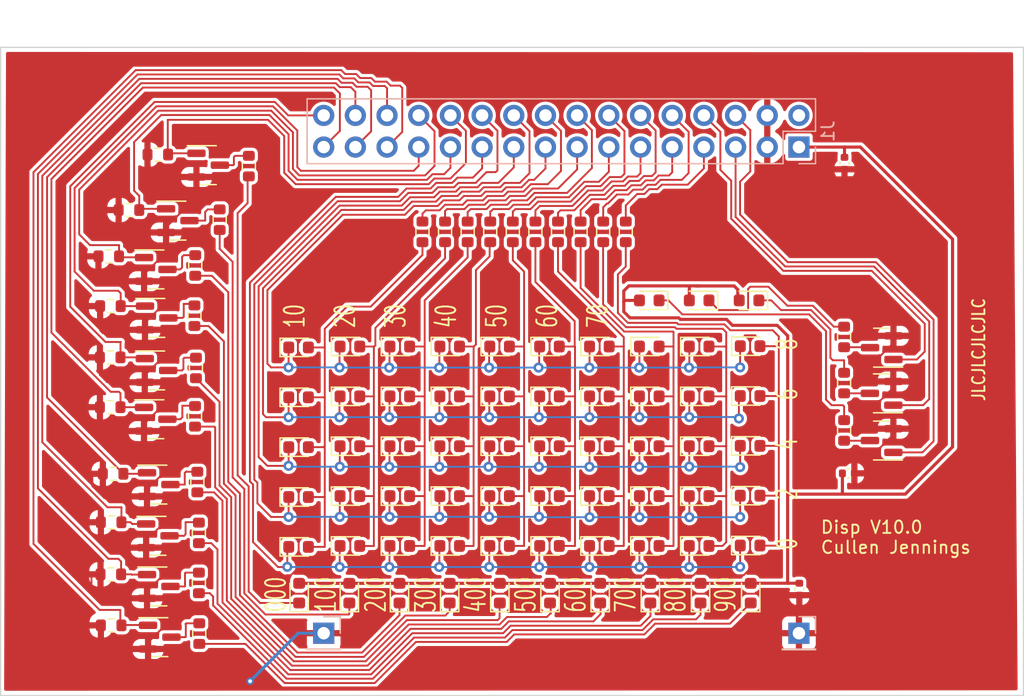
<source format=kicad_pcb>
(kicad_pcb (version 20221018) (generator pcbnew)
  (title_block (title "Disp") (date "2024-01-27") (rev "V10.0") (company "Cullen Jennings"))
  (layers (0 "F.Cu" signal) (31 "B.Cu" power) (34 "B.Paste" user) (35 "F.Paste" user) (36 "B.SilkS" user "B.Silkscreen") (37 "F.SilkS" user "F.Silkscreen") (38 "B.Mask" user) (39 "F.Mask" user) (44 "Edge.Cuts" user))
  (net 0 "")
  (net 1 "+3.3V")
  (net 2 "GND")
  (net 3 "Net-(D1-K)")
  (net 4 "Net-(Q1-D)")
  (net 5 "Net-(D2-K)")
  (net 6 "Net-(D3-K)")
  (net 7 "Net-(Q2-D)")
  (net 8 "Net-(Q3-D)")
  (net 9 "Net-(Q4-D)")
  (net 10 "Net-(Q5-D)")
  (net 11 "Net-(Q6-D)")
  (net 12 "Net-(Q7-D)")
  (net 13 "Net-(Q8-D)")
  (net 14 "/L4")
  (net 15 "/L8")
  (net 16 "/L3")
  (net 17 "/L7")
  (net 18 "/L2")
  (net 19 "/L6")
  (net 20 "/L5")
  (net 21 "Net-(Q9-D)")
  (net 22 "Net-(Q10-D)")
  (net 23 "Net-(Q11-D)")
  (net 24 "+6V")
  (net 25 "Net-(Q12-D)")
  (net 26 "/L9")
  (net 27 "/L10")
  (net 28 "Net-(Q13-D)")
  (net 29 "/NCOL1")
  (net 30 "/NCOL3")
  (net 31 "/NCOL5")
  (net 32 "/NCOL7")
  (net 33 "/NCOL9")
  (net 34 "/NCOL4")
  (net 35 "/NCOL2")
  (net 36 "/NCOL10")
  (net 37 "/NCOL6")
  (net 38 "/NCOL8")
  (net 39 "/NROW1")
  (net 40 "/NROW2")
  (net 41 "/NROW5")
  (net 42 "/NROW3")
  (net 43 "/NROW4")
  (net 44 "/C5")
  (net 45 "/C7")
  (net 46 "/C8")
  (net 47 "/C9")
  (net 48 "/C2")
  (net 49 "/C3")
  (net 50 "/C4")
  (net 51 "/C10")
  (net 52 "/C1")
  (net 53 "/L1")
  (net 54 "/LED9")
  (net 55 "/LED10")
  (net 56 "/LED7")
  (net 57 "/LED8")
  (net 58 "/LED1")
  (net 59 "/LED2")
  (net 60 "/LED3")
  (net 61 "/LED4")
  (net 62 "/LED5")
  (net 63 "/LED6")
  (net 64 "/LEDMG")
  (net 65 "/LEDMR")
  (net 66 "/LEDMB")
  (net 67 "/C6")
  (footprint "LED_SMD:LED_0603_1608Metric" (layer "F.Cu") (at 201 92)
    (fp_text reference "D20" hide)
    (fp_text value "LED-G")
  )
  (footprint "LED_SMD:LED_0603_1608Metric" (layer "F.Cu") (at 205 96)
    (fp_text reference "D15" hide)
    (fp_text value "LED-G")
  )
  (footprint "Resistor_SMD:R_0603_1608Metric" (layer "F.Cu") (at 184.923696 115.031421 90)
    (fp_text reference "R46" hide)
    (fp_text value "100R")
  )
  (footprint "LED_SMD:LED_0603_1608Metric" (layer "F.Cu") (at 229 88.3 180)
    (fp_text reference "D2" hide)
    (fp_text value "LED-G")
  )
  (footprint "LED_SMD:LED_0603_1608Metric" (layer "F.Cu") (at 197 100)
    (fp_text reference "D29" hide)
    (fp_text value "LED-G")
  )
  (footprint "Package_TO_SOT_SMD:SOT-23" (layer "F.Cu") (at 181.674073 111.248258)
    (fp_text reference "Q5" hide)
    (fp_text value "2N7002")
  )
  (footprint "LED_SMD:LED_0603_1608Metric" (layer "F.Cu") (at 229.08492 91.97485)
    (fp_text reference "D58" hide)
    (fp_text value "LED-G")
  )
  (footprint "Package_TO_SOT_SMD:SOT-23" (layer "F.Cu") (at 181.438657 85.813811)
    (fp_text reference "Q2" hide)
    (fp_text value "2N7002")
  )
  (footprint "LED_SMD:LED_0603_1608Metric" (layer "F.Cu") (at 209 108)
    (fp_text reference "D25" hide)
    (fp_text value "LED-G")
  )
  (footprint "LED_SMD:LED_0603_1608Metric" (layer "F.Cu") (at 200.977778 111.7875 90)
    (fp_text reference "D5" hide)
    (fp_text value "LED-R")
  )
  (footprint "Resistor_SMD:R_0603_1608Metric" (layer "F.Cu") (at 215.496031 82.79985 90)
    (fp_text reference "R56" hide)
    (fp_text value "100R")
  )
  (footprint "LED_SMD:LED_0603_1608Metric" (layer "F.Cu") (at 201 100)
    (fp_text reference "D35" hide)
    (fp_text value "LED-G")
  )
  (footprint "LED_SMD:LED_0603_1608Metric" (layer "F.Cu") (at 205 100)
    (fp_text reference "D32" hide)
    (fp_text value "LED-G")
  )
  (footprint "Resistor_SMD:R_0603_1608Metric" (layer "F.Cu") (at 177.669257 84.764976)
    (fp_text reference "R35" hide)
    (fp_text value "4K7")
  )
  (footprint "Package_TO_SOT_SMD:SOT-23" (layer "F.Cu") (at 181.431924 97.833589)
    (fp_text reference "Q8" hide)
    (fp_text value "2N7002")
  )
  (footprint "Resistor_SMD:R_0603_1608Metric" (layer "F.Cu") (at 188.9 77.525 90)
    (fp_text reference "R6" hide)
    (fp_text value "100R")
  )
  (footprint "Resistor_SMD:R_0603_1608Metric" (layer "F.Cu") (at 208.251587 82.79985 90)
    (fp_text reference "R51" hide)
    (fp_text value "100R")
  )
  (footprint "Resistor_SMD:R_0603_1608Metric" (layer "F.Cu") (at 236.621336 94.932596 -90)
    (fp_text reference "R29" hide)
    (fp_text value "100R" hide)
  )
  (footprint "LED_SMD:LED_0603_1608Metric" (layer "F.Cu") (at 205 108)
    (fp_text reference "D31" hide)
    (fp_text value "LED-G")
  )
  (footprint "LED_SMD:LED_0603_1608Metric" (layer "F.Cu") (at 209 100)
    (fp_text reference "D26" hide)
    (fp_text value "LED-G")
  )
  (footprint "Resistor_SMD:R_0603_1608Metric" (layer "F.Cu") (at 177.833212 110.276753)
    (fp_text reference "R41" hide)
    (fp_text value "4K7")
  )
  (footprint "Package_TO_SOT_SMD:SOT-23" (layer "F.Cu") (at 181.495201 93.918935)
    (fp_text reference "Q6" hide)
    (fp_text value "2N7002")
  )
  (footprint "Resistor_SMD:R_0603_1608Metric" (layer "F.Cu") (at 213.68492 82.79985 90)
    (fp_text reference "R57" hide)
    (fp_text value "100R")
  )
  (footprint "LED_SMD:LED_0603_1608Metric" (layer "F.Cu") (at 225 96)
    (fp_text reference "D40" hide)
    (fp_text value "LED-G")
  )
  (footprint "LED_SMD:LED_0603_1608Metric" (layer "F.Cu") (at 221 108)
    (fp_text reference "D38" hide)
    (fp_text value "LED-G")
  )
  (footprint "LED_SMD:LED_0603_1608Metric" (layer "F.Cu") (at 225 108)
    (fp_text reference "D37" hide)
    (fp_text value "LED-G")
  )
  (footprint "LED_SMD:LED_0603_1608Metric" (layer "F.Cu") (at 217 92)
    (fp_text reference "D45" hide)
    (fp_text value "LED-G")
  )
  (footprint "Resistor_SMD:R_0603_1608Metric" (layer "F.Cu") (at 211.873809 82.79985 90)
    (fp_text reference "R49" hide)
    (fp_text value "100R")
  )
  (footprint "LED_SMD:LED_0603_1608Metric" (layer "F.Cu") (at 225 92)
    (fp_text reference "D43" hide)
    (fp_text value "LED-G")
  )
  (footprint "LED_SMD:LED_0603_1608Metric" (layer "F.Cu") (at 225 104)
    (fp_text reference "D49" hide)
    (fp_text value "LED-G")
  )
  (footprint "Package_TO_SOT_SMD:SOT-23" (layer "F.Cu") (at 239.630721 99.543926 180)
    (fp_text reference "Q11" hide)
    (fp_text value "2N7002")
  )
  (footprint "LED_SMD:LED_0603_1608Metric" (layer "F.Cu") (at 225.11111 111.7875 90)
    (fp_text reference "D8" hide)
    (fp_text value "LED-R")
  )
  (footprint "Capacitor_SMD:C_0402_1005Metric" (layer "F.Cu") (at 236.653491 77.303114 -90)
    (fp_text reference "C32" hide)
    (fp_text value "100n")
  )
  (footprint "Package_TO_SOT_SMD:SOT-23" (layer "F.Cu") (at 181.604062 107.18524)
    (fp_text reference "Q3" hide)
    (fp_text value "2N7002")
  )
  (footprint "LED_SMD:LED_0603_1608Metric" (layer "F.Cu") (at 221.088888 111.7875 90)
    (fp_text reference "D6" hide)
    (fp_text value "LED-R")
  )
  (footprint "LED_SMD:LED_0603_1608Metric" (layer "F.Cu") (at 213 104)
    (fp_text reference "D24" hide)
    (fp_text value "LED-G")
  )
  (footprint "LED_SMD:LED_0603_1608Metric" (layer "F.Cu") (at 221 88.3 180)
    (fp_text reference "D1" hide)
    (fp_text value "LED-R")
  )
  (footprint "Package_TO_SOT_SMD:SOT-23" (layer "F.Cu") (at 181.756355 115.316408)
    (fp_text reference "Q7" hide)
    (fp_text value "2N7002")
  )
  (footprint "Resistor_SMD:R_0603_1608Metric" (layer "F.Cu") (at 184.58565 97.598654 90)
    (fp_text reference "R48" hide)
    (fp_text value "100R")
  )
  (footprint "LED_SMD:LED_0603_1608Metric" (layer "F.Cu") (at 217 104)
    (fp_text reference "D51" hide)
    (fp_text value "LED-G")
  )
  (footprint "Resistor_SMD:R_0603_1608Metric" (layer "F.Cu") (at 184.769697 102.873984 90)
    (fp_text reference "R34" hide)
    (fp_text value "100R" hide)
  )
  (footprint "Resistor_SMD:R_0603_1608Metric" (layer "F.Cu") (at 184.602815 85.49663 90)
    (fp_text reference "R36" hide)
    (fp_text value "100R")
  )
  (footprint "LED_SMD:LED_0603_1608Metric" (layer "F.Cu") (at 213 108)
    (fp_text reference "D14" hide)
    (fp_text value "LED-G")
  )
  (footprint "Resistor_SMD:R_0603_1608Metric" (layer "F.Cu") (at 186.5625 81.825 90)
    (fp_text reference "R4" hide)
    (fp_text value "100R")
  )
  (footprint "Resistor_SMD:R_0603_1608Metric" (layer "F.Cu") (at 179.2875 81.05)
    (fp_text reference "R3" hide)
    (fp_text value "4K7")
  )
  (footprint "Resistor_SMD:R_0603_1608Metric" (layer "F.Cu") (at 184.657918 93.720259 90)
    (fp_text reference "R44" hide)
    (fp_text value "100R")
  )
  (footprint "LED_SMD:LED_0603_1608Metric" (layer "F.Cu") (at 192.88492 96.07485)
    (fp_text reference "D52" hide)
    (fp_text value "LED-G")
  )
  (footprint "Resistor_SMD:R_0603_1608Metric" (layer "F.Cu") (at 219.118254 82.79985 90)
    (fp_text reference "R2" hide)
    (fp_text value "100R")
  )
  (footprint "LED_SMD:LED_0603_1608Metric" (layer "F.Cu") (at 217 108)
    (fp_text reference "D39" hide)
    (fp_text value "LED-G")
  )
  (footprint "Package_TO_SOT_SMD:SOT-23" (layer "F.Cu") (at 185.6375 77.45)
    (fp_text reference "Q13" hide)
    (fp_text value "2N7002")
  )
  (footprint "LED_SMD:LED_0603_1608Metric" (layer "F.Cu") (at 197 92)
    (fp_text reference "D19" hide)
    (fp_text value "LED-G")
  )
  (footprint "LED_SMD:LED_0603_1608Metric" (layer "F.Cu") (at 192.88492 92.07485)
    (fp_text reference "D53" hide)
    (fp_text value "LED-G")
  )
  (footprint "LED_SMD:LED_0603_1608Metric" (layer "F.Cu") (at 192.933334 111.7875 90)
    (fp_text reference "D63" hide)
    (fp_text value "LED-R")
  )
  (footprint "Resistor_SMD:R_0603_1608Metric" (layer "F.Cu") (at 177.801015 88.758266)
    (fp_text reference "R39" hide)
    (fp_text value "4K7")
  )
  (footprint "Resistor_SMD:R_0603_1608Metric" (layer "F.Cu") (at 206.440476 82.79985 90)
    (fp_text reference "R53" hide)
    (fp_text value "100R")
  )
  (footprint "LED_SMD:LED_0603_1608Metric" (layer "F.Cu") (at 217 100)
    (fp_text reference "D48" hide)
    (fp_text value "LED-G")
  )
  (footprint "LED_SMD:LED_0603_1608Metric" (layer "F.Cu") (at 197 96)
    (fp_text reference "D17" hide)
    (fp_text value "LED-G")
  )
  (footprint "LED_SMD:LED_0603_1608Metric" (layer "F.Cu") (at 229.08492 103.96735)
    (fp_text reference "D61" hide)
    (fp_text value "LED-G")
  )
  (footprint "LED_SMD:LED_0603_1608Metric" (layer "F.Cu") (at 221 92)
    (fp_text reference "D44" hide)
    (fp_text value "LED-G")
  )
  (footprint "LED_SMD:LED_0603_1608Metric" (layer "F.Cu") (at 205 111.7875 90)
    (fp_text reference "D7" hide)
    (fp_text value "LED-R")
  )
  (footprint "LED_SMD:LED_0603_1608Metric" (layer "F.Cu") (at 213.044444 111.7875 90)
    (fp_text reference "D11" hide)
    (fp_text value "LED-R")
  )
  (footprint "LED_SMD:LED_0603_1608Metric" (layer "F.Cu") (at 209.022222 111.7875 90)
    (fp_text reference "D9" hide)
    (fp_text value "LED-R")
  )
  (footprint "LED_SMD:LED_0603_1608Metric" (layer "F.Cu") (at 197 104)
    (fp_text reference "D30" hide)
    (fp_text value "LED-G")
  )
  (footprint "LED_SMD:LED_0603_1608Metric" (layer "F.Cu") (at 192.88492 104.07485)
    (fp_text reference "D56" hide)
    (fp_text value "LED-G")
  )
  (footprint "LED_SMD:LED_0603_1608Metric" (layer "F.Cu") (at 192.88492 108.07485)
    (fp_text reference "D54" hide)
    (fp_text value "LED-G")
  )
  (footprint "LED_SMD:LED_0603_1608Metric" (layer "F.Cu") (at 229.08492 99.96985)
    (fp_text reference "D60" hide)
    (fp_text value "LED-G")
  )
  (footprint "LED_SMD:LED_0603_1608Metric" (layer "F.Cu") (at 213 100)
    (fp_text reference "D23" hide)
    (fp_text value "LED-G")
  )
  (footprint "LED_SMD:LED_0603_1608Metric" (layer "F.Cu") (at 217 96)
    (fp_text reference "D42" hide)
    (fp_text value "LED-G")
  )
  (footprint "Resistor_SMD:R_0603_1608Metric" (layer "F.Cu") (at 217.307142 82.79985 90)
    (fp_text reference "R55" hide)
    (fp_text value "100R")
  )
  (footprint "Package_TO_SOT_SMD:SOT-23" (layer "F.Cu") (at 183.2 81.9)
    (fp_text reference "Q12" hide)
    (fp_text value "2N7002")
  )
  (footprint "Resistor_SMD:R_0603_1608Metric" (layer "F.Cu") (at 184.537471 89.528701 90)
    (fp_text reference "R40" hide)
    (fp_text value "100R")
  )
  (footprint "Resistor_SMD:R_0603_1608Metric" (layer "F.Cu") (at 202.818254 82.79985 90)
    (fp_text reference "R1" hide)
    (fp_text value "100R")
  )
  (footprint "LED_SMD:LED_0603_1608Metric" (layer "F.Cu") (at 192.88492 100.07485)
    (fp_text reference "D55" hide)
    (fp_text value "LED-G")
  )
  (footprint "LED_SMD:LED_0603_1608Metric" (layer "F.Cu") (at 221 96)
    (fp_text reference "D41" hide)
    (fp_text value "LED-G")
  )
  (footprint "LED_SMD:LED_0603_1608Metric" (layer "F.Cu") (at 209 96)
    (fp_text reference "D16" hide)
    (fp_text value "LED-G")
  )
  (footprint "LED_SMD:LED_0603_1608Metric" (layer "F.Cu") (at 205 104)
    (fp_text reference "D33" hide)
    (fp_text value "LED-G")
  )
  (footprint "LED_SMD:LED_0603_1608Metric" (layer "F.Cu") (at 213 92)
    (fp_text reference "D13" hide)
    (fp_text value "LED-G")
  )
  (footprint "LED_SMD:LED_0603_1608Metric" (layer "F.Cu") (at 201 108)
    (fp_text reference "D34" hide)
    (fp_text value "LED-G")
  )
  (footprint "LED_SMD:LED_0603_1608Metric" (layer "F.Cu") (at 209 92)
    (fp_text reference "D22" hide)
    (fp_text value "LED-G")
  )
  (footprint "LED_SMD:LED_0603_1608Metric" (layer "F.Cu") (at 225 88.3 180)
    (fp_text reference "D3" hide)
    (fp_text value "LED-Y")
  )
  (footprint "Package_TO_SOT_SMD:SOT-23" (layer "F.Cu") (at 239.639673 92.092103 180)
    (fp_text reference "Q10" hide)
    (fp_text value "2N7002")
  )
  (footprint "LED_SMD:LED_0603_1608Metric" (layer "F.Cu") (at 229.133334 111.7875 90)
    (fp_text reference "D10" hide)
    (fp_text value "LED-R")
  )
  (footprint "Resistor_SMD:R_0603_1608Metric" (layer "F.Cu") (at 184.896215 106.952244 90)
    (fp_text reference "R38" hide)
    (fp_text value "100R")
  )
  (footprint "Resistor_SMD:R_0603_1608Metric" (layer "F.Cu") (at 210.062698 82.79985 90)
    (fp_text reference "R50" hide)
    (fp_text value "100R")
  )
  (footprint "LED_SMD:LED_0603_1608Metric" (layer "F.Cu") (at 201 96)
    (fp_text reference "D18" hide)
    (fp_text value "LED-G")
  )
  (footprint "Package_TO_SOT_SMD:SOT-23" (layer "F.Cu") (at 181.673195 103.077001)
    (fp_text reference "Q1" hide)
    (fp_text value "2N7002" hide)
  )
  (footprint "Resistor_SMD:R_0603_1608Metric" (layer "F.Cu") (at 181.6 76.6)
    (fp_text reference "R5" hide)
    (fp_text value "4K7")
  )
  (footprint "LED_SMD:LED_0603_1608Metric" (layer "F.Cu") (at 221 100)
    (fp_text reference "D47" hide)
    (fp_text value "LED-G")
  )
  (footprint "Resistor_SMD:R_0603_1608Metric" (layer "F.Cu") (at 184.896215 110.964352 90)
    (fp_text reference "R42" hide)
    (fp_text value "100R")
  )
  (footprint "LED_SMD:LED_0603_1608Metric" (layer "F.Cu") (at 225 100)
    (fp_text reference "D46" hide)
    (fp_text value "LED-G")
  )
  (footprint "Resistor_SMD:R_0603_1608Metric" (layer "F.Cu") (at 236.621336 98.732596 -90)
    (fp_text reference "R30" hide)
    (fp_text value "100R" hide)
  )
  (footprint "Package_TO_SOT_SMD:SOT-23" (layer "F.Cu") (at 181.512294 89.705959)
    (fp_text reference "Q4" hide)
    (fp_text value "2N7002")
  )
  (footprint "LED_SMD:LED_0603_1608Metric" (layer "F.Cu") (at 217.066666 111.7875 90)
    (fp_text reference "D4" hide)
    (fp_text value "LED-R")
  )
  (footprint "LED_SMD:LED_0603_1608Metric" (layer "F.Cu") (at 221 104)
    (fp_text reference "D50" hide)
    (fp_text value "LED-G")
  )
  (footprint "Resistor_SMD:R_0603_1608Metric" (layer "F.Cu") (at 177.86188 114.371302)
    (fp_text reference "R45" hide)
    (fp_text value "4K7")
  )
  (footprint "LED_SMD:LED_0603_1608Metric" (layer "F.Cu") (at 205 92)
    (fp_text reference "D21" hide)
    (fp_text value "LED-G")
  )
  (footprint "LED_SMD:LED_0603_1608Metric" (layer "F.Cu") (at 201 104)
    (fp_text reference "D36" hide)
    (fp_text value "LED-G")
  )
  (footprint "LED_SMD:LED_0603_1608Metric" (layer "F.Cu") (at 213 96)
    (fp_text reference "D12" hide)
    (fp_text value "LED-G")
  )
  (footprint "Resistor_SMD:R_0603_1608Metric" (layer "F.Cu") (at 177.783557 96.867994)
    (fp_text reference "R47" hide)
    (fp_text value "4K7")
  )
  (footprint "LED_SMD:LED_0603_1608Metric" (layer "F.Cu") (at 197 108)
    (fp_text reference "D28" hide)
    (fp_text value "LED-G")
  )
  (footprint "LED_SMD:LED_0603_1608Metric" (layer "F.Cu") (at 229.08492 95.97235)
    (fp_text reference "D57" hide)
    (fp_text value "LED-G")
  )
  (footprint "Capacitor_SMD:C_0402_1005Metric" (layer "F.Cu") (at 236.96492 102.17485)
    (fp_text reference "C36" hide)
    (fp_text value "100n")
  )
  (footprint "Resistor_SMD:R_0603_1608Metric" (layer "F.Cu") (at 177.860692 106.099764)
    (fp_text reference "R37" hide)
    (fp_text value "4K7")
  )
  (footprint "LED_SMD:LED_0603_1608Metric" (layer "F.Cu") (at 209 104)
    (fp_text reference "D27" hide)
    (fp_text value "LED-G")
  )
  (footprint "LED_SMD:LED_0603_1608Metric" (layer "F.Cu") (at 229.08492 107.964852)
    (fp_text reference "D59" hide)
    (fp_text value "LED-G")
  )
  (footprint "Resistor_SMD:R_0603_1608Metric" (layer "F.Cu") (at 236.621336 91.232596 -90)
    (fp_text reference "R31" hide)
    (fp_text value "100R" hide)
  )
  (footprint "Capacitor_SMD:C_0402_1005Metric" (layer "F.Cu") (at 233.029744 111.471147 -90)
    (fp_text reference "C38" hide)
    (fp_text value "100n")
  )
  (footprint "Resistor_SMD:R_0603_1608Metric" (layer "F.Cu") (at 178.020156 102.210085)
    (fp_text reference "R33" hide)
    (fp_text value "4K7")
  )
  (footprint "Package_TO_SOT_SMD:SOT-23" (layer "F.Cu") (at 239.625184 95.755638 180)
    (fp_text reference "Q9" hide)
    (fp_text value "2N7002")
  )
  (footprint "LED_SMD:LED_0603_1608Metric" (layer "F.Cu") (at 196.955556 111.7875 90)
    (fp_text reference "D62" hide)
    (fp_text value "LED-R")
  )
  (footprint "Resistor_SMD:R_0603_1608Metric" (layer "F.Cu") (at 204.629365 82.79985 90)
    (fp_text reference "R52" hide)
    (fp_text value "100R")
  )
  (footprint "Resistor_SMD:R_0603_1608Metric" (layer "F.Cu") (at 177.784563 92.87117)
    (fp_text reference "R43" hide)
    (fp_text value "4K7")
  )
  (footprint "Connector_PinHeader_2.54mm:PinHeader_2x16_P2.54mm_Vertical" (layer "B.Cu") (at 233 76 90)
    (fp_text reference "J1")
    (fp_text value "Conn_02x16_Odd_Even_FLIP")
  )
  (footprint "Connector_PinHeader_2.54mm:PinHeader_1x01_P2.54mm_Vertical" (layer "B.Cu") (at 194.9 115 180)
    (fp_text reference "J3" hide)
    (fp_text value "Conn_01x01_Pin")
  )
  (footprint "Connector_PinHeader_2.54mm:PinHeader_1x01_P2.54mm_Vertical" (layer "B.Cu") (at 233 115 180)
    (fp_text reference "J2" hide)
    (fp_text value "Conn_01x01_Pin")
  )
  (gr_line (start 169 120) (end 251 120) (stroke (width 0.1)) (layer "Edge.Cuts"))
  (gr_line (start 169 68) (end 251 68) (stroke (width 0.1)) (layer "Edge.Cuts"))
  (gr_line (start 251 68) (end 251 120) (stroke (width 0.1)) (layer "Edge.Cuts"))
  (gr_line (start 169 68) (end 169 120) (stroke (width 0.1)) (layer "Edge.Cuts"))
  (gr_text "100\n" (at 196.005555 113.425 90) (layer "F.SilkS") (effects (font (size 1.6 1)) (justify left bottom)))
  (gr_text "Disp V10.0\nCullen Jennings" (at 234.664442 108.693825) (layer "F.SilkS") (effects (font (size 1 1)) (justify left bottom)))
  (gr_text "50\n" (at 209.7 90.6 90) (layer "F.SilkS") (effects (font (size 1.6 1)) (justify left bottom)))
  (gr_text "400" (at 208.02222 113.425 90) (layer "F.SilkS") (effects (font (size 1.6 1)) (justify left bottom)))
  (gr_text "2" (at 233 104.4 90) (layer "F.SilkS") (effects (font (size 1.6 1)) (justify left bottom)))
  (gr_text "4" (at 233 100.4 90) (layer "F.SilkS") (effects (font (size 1.6 1)) (justify left bottom)))
  (gr_text "6" (at 233 96.4 90) (layer "F.SilkS") (effects (font (size 1.6 1)) (justify left bottom)))
  (gr_text "700\n" (at 220.038885 113.425 90) (layer "F.SilkS") (effects (font (size 1.6 1)) (justify left bottom)))
  (gr_text "70" (at 217.8 90.6 90) (layer "F.SilkS") (effects (font (size 1.6 1)) (justify left bottom)))
  (gr_text "600" (at 216.03333 113.425 90) (layer "F.SilkS") (effects (font (size 1.6 1)) (justify left bottom)))
  (gr_text "900" (at 228.05 113.425 90) (layer "F.SilkS") (effects (font (size 1.6 1)) (justify left bottom)))
  (gr_text "500" (at 212.027775 113.425 90) (layer "F.SilkS") (effects (font (size 1.6 1)) (justify left bottom)))
  (gr_text "20" (at 197.55 90.6 90) (layer "F.SilkS") (effects (font (size 1.6 1)) (justify left bottom)))
  (gr_text "30" (at 201.6 90.6 90) (layer "F.SilkS") (effects (font (size 1.6 1)) (justify left bottom)))
  (gr_text "000" (at 192 113.425 90) (layer "F.SilkS") (effects (font (size 1.6 1)) (justify left bottom)))
  (gr_text "JLCJLCJLCJLC" (at 247.996157 96.457867 90) (layer "F.SilkS") (effects (font (size 1 0.8)) (justify left bottom)))
  (gr_text "200" (at 200.01111 113.425 90) (layer "F.SilkS") (effects (font (size 1.6 1)) (justify left bottom)))
  (gr_text "800" (at 224.04444 113.425 90) (layer "F.SilkS") (effects (font (size 1.6 1)) (justify left bottom)))
  (gr_text "8" (at 233 92.4 90) (layer "F.SilkS") (effects (font (size 1.6 1)) (justify left bottom)))
  (gr_text "40" (at 205.65 90.6 90) (layer "F.SilkS") (effects (font (size 1.6 1)) (justify left bottom)))
  (gr_text "0" (at 233 108.4 90) (layer "F.SilkS") (effects (font (size 1.6 1)) (justify left bottom)))
  (gr_text "300" (at 204.016665 113.425 90) (layer "F.SilkS") (effects (font (size 1.6 1)) (justify left bottom)))
  (gr_text "60" (at 213.75 90.6 90) (layer "F.SilkS") (effects (font (size 1.6 1)) (justify left bottom)))
  (gr_text "10" (at 193.5 90.6 90) (layer "F.SilkS") (effects (font (size 1.6 1)) (justify left bottom)))
  (segment (start 219.450608 89.7) (end 223.365705 89.7) (width 0.25) (layer "F.Cu") (net 1))
  (segment (start 233.029744 110.991147) (end 232.126368 110.991147) (width 0.25) (layer "F.Cu") (net 1))
  (segment (start 220.2125 88.3) (end 219.058204 88.3) (width 0.25) (layer "F.Cu") (net 1))
  (segment (start 228.1 88.1875) (end 228.2125 88.3) (width 0.25) (layer "F.Cu") (net 1))
  (segment (start 217.066666 111) (end 213.044444 111) (width 0.25) (layer "F.Cu") (net 1))
  (segment (start 232.097954 103.835922) (end 232.093262 103.840614) (width 0.25) (layer "F.Cu") (net 1))
  (segment (start 232.097954 91.14158) (end 232.097954 103.835922) (width 0.25) (layer "F.Cu") (net 1))
  (segment (start 223.490555 89.82485) (end 227.195581 89.824851) (width 0.25) (layer "F.Cu") (net 1))
  (segment (start 224.2125 88.3) (end 224.2125 87.174302) (width 0.25) (layer "F.Cu") (net 1))
  (segment (start 232.093262 110.958041) (end 232.126368 110.991147) (width 0.25) (layer "F.Cu") (net 1))
  (segment (start 232.093262 103.840614) (end 232.093262 110.958041) (width 0.25) (layer "F.Cu") (net 1))
  (segment (start 205 111) (end 200.977778 111) (width 0.25) (layer "F.Cu") (net 1))
  (segment (start 227.670729 90.3) (end 231.256374 90.3) (width 0.25) (layer "F.Cu") (net 1))
  (segment (start 218.958204 89.207596) (end 219.450608 89.7) (width 0.25) (layer "F.Cu") (net 1))
  (segment (start 245.31553 83.389175) (end 245.31553 100.05243) (width 0.25) (layer "F.Cu") (net 1))
  (segment (start 236.484954 103.840614) (end 232.093262 103.840614) (width 0.25) (layer "F.Cu") (net 1))
  (segment (start 233 76) (end 236.662532 76) (width 0.25) (layer "F.Cu") (net 1))
  (segment (start 219.363061 87.136939) (end 225.024005 87.136939) (width 0.25) (layer "F.Cu") (net 1))
  (segment (start 229.133334 111) (end 225.11111 111) (width 0.25) (layer "F.Cu") (net 1))
  (segment (start 218.958204 88.4) (end 218.958204 89.207596) (width 0.25) (layer "F.Cu") (net 1))
  (segment (start 245.31553 100.05243) (end 241.527346 103.840614) (width 0.25) (layer "F.Cu") (net 1))
  (segment (start 231.256374 90.3) (end 232.097954 91.14158) (width 0.25) (layer "F.Cu") (net 1))
  (segment (start 224.741315 87.142181) (end 227.808654 87.142181) (width 0.25) (layer "F.Cu") (net 1))
  (segment (start 225.11111 111) (end 221.088888 111) (width 0.25) (layer "F.Cu") (net 1))
  (segment (start 213.044444 111) (end 209.022222 111) (width 0.25) (layer "F.Cu") (net 1))
  (segment (start 218.958204 87.541796) (end 219.363061 87.136939) (width 0.25) (layer "F.Cu") (net 1))
  (segment (start 236.48492 102.17485) (end 236.48492 103.84058) (width 0.25) (layer "F.Cu") (net 1))
  (segment (start 223.365705 89.7) (end 223.490555 89.82485) (width 0.25) (layer "F.Cu") (net 1))
  (segment (start 219.058204 88.3) (end 218.958204 88.4) (width 0.25) (layer "F.Cu") (net 1))
  (segment (start 227.808654 87.142181) (end 228.1 87.433527) (width 0.25) (layer "F.Cu") (net 1))
  (segment (start 218.958204 88.4) (end 218.958204 87.541796) (width 0.25) (layer "F.Cu") (net 1))
  (segment (start 232.126368 110.991147) (end 229.142187 110.991147) (width 0.25) (layer "F.Cu") (net 1))
  (segment (start 236.662532 76) (end 237.926355 76) (width 0.25) (layer "F.Cu") (net 1))
  (segment (start 236.48492 103.84058) (end 236.484954 103.840614) (width 0.25) (layer "F.Cu") (net 1))
  (segment (start 241.527346 103.840614) (end 236.484954 103.840614) (width 0.25) (layer "F.Cu") (net 1))
  (segment (start 237.926355 76) (end 245.31553 83.389175) (width 0.25) (layer "F.Cu") (net 1))
  (segment (start 229.142187 110.991147) (end 229.133334 111) (width 0.25) (layer "F.Cu") (net 1))
  (segment (start 228.1 87.433527) (end 228.1 88.1875) (width 0.25) (layer "F.Cu") (net 1))
  (segment (start 236.653491 76.823114) (end 236.653491 76.009041) (width 0.25) (layer "F.Cu") (net 1))
  (segment (start 236.653491 76.009041) (end 236.662532 76) (width 0.25) (layer "F.Cu") (net 1))
  (segment (start 221.088888 111) (end 217.066666 111) (width 0.25) (layer "F.Cu") (net 1))
  (segment (start 209.022222 111) (end 205 111) (width 0.25) (layer "F.Cu") (net 1))
  (segment (start 200.977778 111) (end 196.955556 111) (width 0.25) (layer "F.Cu") (net 1))
  (segment (start 227.195581 89.824851) (end 227.670729 90.3) (width 0.25) (layer "F.Cu") (net 1))
  (segment (start 196.955556 111) (end 192.933334 111) (width 0.25) (layer "F.Cu") (net 1))
  (segment (start 182.38492 94.97485) (end 182.28492 94.87485) (width 0.15) (layer "F.Cu") (net 2))
  (segment (start 224.52823 110.369616) (end 223.290897 110.369616) (width 0.15) (layer "F.Cu") (net 2))
  (segment (start 176.282629 110.336074) (end 176.282629 111.524519) (width 0.15) (layer "F.Cu") (net 2))
  (segment (start 230.46 71.224895) (end 228.659955 69.42485) (width 0.25) (layer "F.Cu") (net 2))
  (segment (start 182.48492 114.07485) (end 182.48492 112.57485) (width 0.15) (layer "F.Cu") (net 2))
  (segment (start 176.393071 102.210085) (end 176.351708 102.251448) (width 0.15) (layer "F.Cu") (net 2))
  (segment (start 182.2625 82.85) (end 182.2625 82.436459) (width 0.15) (layer "F.Cu") (net 2))
  (segment (start 229.020553 109.893812) (end 228.564515 110.34985) (width 0.15) (layer "F.Cu") (net 2))
  (segment (start 178.873071 98.783589) (end 178.844382 98.7549) (width 0.15) (layer "F.Cu") (net 2))
  (segment (start 178.555108 86.976531) (end 178.822905 86.708734) (width 0.15) (layer "F.Cu") (net 2))
  (segment (start 221.41555 109.874736) (end 220.98528 109.874736) (width 0.15) (layer "F.Cu") (net 2))
  (segment (start 237.44492 102.17485) (end 239.08492 102.17485) (width 0.25) (layer "F.Cu") (net 2))
  (segment (start 182.2125 82.8) (end 182.2625 82.85) (width 0.15) (layer "F.Cu") (net 2))
  (segment (start 180.735695 104.027001) (end 180.735695 103.465542) (width 0.15) (layer "F.Cu") (net 2))
  (segment (start 177.503107 108.175832) (end 178.771479 108.175832) (width 0.15) (layer "F.Cu") (net 2))
  (segment (start 182.48492 109.888452) (end 182.48492 108.37485) (width 0.15) (layer "F.Cu") (net 2))
  (segment (start 192.831596 94.629383) (end 192.831596 98.405252) (width 0.15) (layer "F.Cu") (net 2))
  (segment (start 180.736573 112.198258) (end 180.736573 111.636799) (width 0.15) (layer "F.Cu") (net 2))
  (segment (start 176.959563 92.87117) (end 176.959563 94.275737) (width 0.15) (layer "F.Cu") (net 2))
  (segment (start 182.2625 82.436459) (end 184.7 79.998959) (width 0.15) (layer "F.Cu") (net 2))
  (segment (start 192.893496 109.720869) (end 192.264365 110.35) (width 0.15) (layer "F.Cu") (net 2))
  (segment (start 180.735695 104.027001) (end 178.998407 104.027001) (width 0.15) (layer "F.Cu") (net 2))
  (segment (start 229.083423 109.893812) (end 229.020553 109.893812) (width 0.15) (layer "F.Cu") (net 2))
  (segment (start 180.68492 107.07485) (end 181.165493 107.07485) (width 0.15) (layer "F.Cu") (net 2))
  (segment (start 178.872454 104.148978) (end 178.996419 104.025013) (width 0.15) (layer "F.Cu") (net 2))
  (segment (start 178.4625 81.05) (end 178.4625 82.1625) (width 0.15) (layer "F.Cu") (net 2))
  (segment (start 238.703996 98.593926) (end 238.48492 98.37485) (width 0.15) (layer "F.Cu") (net 2))
  (segment (start 178.480963 90.940831) (end 178.846234 90.57556) (width 0.15) (layer "F.Cu") (net 2))
  (segment (start 177.585292 99.21222) (end 178.387062 99.21222) (width 0.15) (layer "F.Cu") (net 2))
  (segment (start 182.48492 112.57485) (end 182.08492 112.17485) (width 0.15) (layer "F.Cu") (net 2))
  (segment (start 182.18492 108.07485) (end 182.12453 108.13524) (width 0.15) (layer "F.Cu") (net 2))
  (segment (start 178.4625 82.1625) (end 179.1 82.8) (width 0.15) (layer "F.Cu") (net 2))
  (segment (start 176.844257 86.035838) (end 176.85479 86.046371) (width 0.15) (layer "F.Cu") (net 2))
  (segment (start 236.653491 77.783114) (end 236.653491 78.461439) (width 0.25) (layer "F.Cu") (net 2))
  (segment (start 177.788629 116.266408) (end 180.818855 116.266408) (width 0.15) (layer "F.Cu") (net 2))
  (segment (start 230.46 73.46) (end 230.46 71.224895) (width 0.25) (layer "F.Cu") (net 2))
  (segment (start 176.948891 110.336074) (end 176.282629 110.336074) (width 0.15) (layer "F.Cu") (net 2))
  (segment (start 238.48492 93.795815) (end 240.577173 91.703562) (width 0.15) (layer "F.Cu") (net 2))
  (segment (start 182.78492 105.455423) (end 182.78492 104.27485) (width 0.15) (layer "F.Cu") (net 2))
  (segment (start 180.818855 118.069542) (end 189 118.069542) (width 0.25) (layer "F.Cu") (net 2))
  (segment (start 244.463166 84.483674) (end 244.463166 99.950814) (width 0.25) (layer "F.Cu") (net 2))
  (segment (start 238.48492 98.37485) (end 238.48492 97.37485) (width 0.15) (layer "F.Cu") (net 2))
  (segment (start 221.001233 106.358695) (end 220.9937 106.351162) (width 0.15) (layer "F.Cu") (net 2))
  (segment (start 180.735695 103.465542) (end 182.78492 101.416317) (width 0.15) (layer "F.Cu") (net 2))
  (segment (start 217.023088 90.66125) (end 217.023088 109.577532) (width 0.15) (layer "F.Cu") (net 2))
  (segment (start 242.243362 102.170618) (end 239.089152 102.170618) (width 0.25) (layer "F.Cu") (net 2))
  (segment (start 170.18168 78.007107) (end 170.18168 109.60139) (width 0.25) (layer "F.Cu") (net 2))
  (segment (start 177.03688 114.371302) (end 177.03688 115.514659) (width 0.15) (layer "F.Cu") (net 2))
  (segment (start 178.877982 86.763811) (end 178.822905 86.708734) (width 0.15) (layer "F.Cu") (net 2))
  (segment (start 176.85479 86.046371) (end 176.85479 86.340164) (width 0.15) (layer "F.Cu") (net 2))
  (segment (start 231.6 119.4) (end 233 118) (width 0.25) (layer "F.Cu") (net 2))
  (segment (start 238.440931 78.461439) (end 244.463166 84.483674) (width 0.25) (layer "F.Cu") (net 2))
  (segment (start 180.494424 98.783589) (end 178.873071 98.783589) (width 0.15) (layer "F.Cu") (net 2))
  (segment (start 184.7 79.998959) (end 184.7 78.4) (width 0.15) (layer "F.Cu") (net 2))
  (segment (start 190.625 119.4) (end 231.6 119.4) (width 0.25) (layer "F.Cu") (net 2))
  (segment (start 180.666562 108.13524) (end 178.812071 108.13524) (width 0.15) (layer "F.Cu") (net 2))
  (segment (start 181.165493 107.07485) (end 182.78492 105.455423) (width 0.15) (layer "F.Cu") (net 2))
  (segment (start 178.926633 90.655959) (end 178.846234 90.57556) (width 0.15) (layer "F.Cu") (net 2))
  (segment (start 176.351708 102.251448) (end 176.351708 103.195597) (width 0.15) (layer "F.Cu") (net 2))
  (segment (start 177.352621 104.148978) (end 178.872454 104.148978) (width 0.15) (layer "F.Cu") (net 2))
  (segment (start 220.98528 109.895915) (end 220.516392 110.364803) (width 0.15) (layer "F.Cu") (net 2))
  (segment (start 192.85223 98.425886) (end 192.893496 98.467152) (width 0.15) (layer "F.Cu") (net 2))
  (segment (start 231.244103 78.478211) (end 236.636719 78.478211) (width 0.25) (layer "F.Cu") (net 2))
  (segment (start 182.48492 108.37485) (end 182.18492 108.07485) (width 0.15) (layer "F.Cu") (net 2))
  (segment (start 182.08492 112.17485) (end 182.061512 112.198258) (width 0.15) (layer "F.Cu") (net 2))
  (segment (start 178.81326 94.868935) (end 178.787606 94.843281) (width 0.15) (layer "F.Cu") (net 2))
  (segment (start 182.061512 112.198258) (end 180.736573 112.198258) (width 0.15) (layer "F.Cu") (net 2))
  (segment (start 182.38492 98.77485) (end 182.376181 98.783589) (width 0.15) (layer "F.Cu") (net 2))
  (segment (start 192.893496 98.467152) (end 192.893496 102.346188) (width 0.15) (layer "F.Cu") (net 2))
  (segment (start 176.282629 111.524519) (end 177.158073 112.399963) (width 0.15) (layer "F.Cu") (net 2))
  (segment (start 180.818855 115.740915) (end 182.48492 114.07485) (width 0.15) (layer "F.Cu") (net 2))
  (segment (start 238.48492 97.37485) (end 240.562684 95.297086) (width 0.15) (layer "F.Cu") (net 2))
  (segment (start 177.529452 94.845626) (end 177.531797 94.843281) (width 0.15) (layer "F.Cu") (net 2))
  (segment (start 182.48492 90.77485) (end 182.366029 90.655959) (width 0.15) (layer "F.Cu") (net 2))
  (segment (start 180.666562 107.093208) (end 180.68492 107.07485) (width 0.15) (layer "F.Cu") (net 2))
  (segment (start 192.831596 98.405252) (end 192.85223 98.425886) (width 0.15) (layer "F.Cu") (net 2))
  (segment (start 176.85479 86.340164) (end 177.491157 86.976531) (width 0.15) (layer "F.Cu") (net 2))
  (segment (start 230.342073 111.832018) (end 192.257018 111.832018) (width 0.15) (layer "F.Cu") (net 2))
  (segment (start 178.614964 112.198258) (end 178.588895 112.172189) (width 0.15) (layer "F.Cu") (net 2))
  (segment (start 180.563616 94.87485) (end 180.557701 94.868935) (width 0.15) (layer "F.Cu") (net 2))
  (segment (start 177.035692 107.708417) (end 177.503107 108.175832) (width 0.15) (layer "F.Cu") (net 2))
  (segment (start 217.810359 110.364803) (end 217.023088 109.577532) (width 0.15) (layer "F.Cu") (net 2))
  (segment (start 233 111.980891) (end 233.029744 111.951147) (width 0.25) (layer "F.Cu") (net 2))
  (segment (start 230.37344 111.800651) (end 230.342073 111.832018) (width 0.15) (layer "F.Cu") (net 2))
  (segment (start 180.501157 86.763811) (end 178.877982 86.763811) (width 0.15) (layer "F.Cu") (net 2))
  (segment (start 180.512196 86.77485) (end 180.501157 86.763811) (width 0.15) (layer "F.Cu") (net 2))
  (segment (start 176.844257 84.764976) (end 176.844257 86.035838) (width 0.15) (layer "F.Cu") (net 2))
  (segment (start 182.376181 98.783589) (end 180.494424 98.783589) (width 0.15) (layer "F.Cu") (net 2))
  (segment (start 177.531797 94.843281) (end 178.787606 94.843281) (width 0.15) (layer "F.Cu") (net 2))
  (segment (start 236.653491 78.461439) (end 238.440931 78.461439) (width 0.25) (layer "F.Cu") (net 2))
  (segment (start 239.08492 100.543072) (end 239.08492 102.17485) (width 0.15) (layer "F.Cu") (net 2))
  (segment (start 180.557701 94.868935) (end 178.81326 94.868935) (width 0.15) (layer "F.Cu") (net 2))
  (segment (start 236.653491 78.461439) (end 236.636719 78.478211) (width 0.25) (layer "F.Cu") (net 2))
  (segment (start 180.557701 94.868935) (end 180.557701 94.307476) (width 0.15) (layer "F.Cu") (net 2))
  (segment (start 239.089152 102.170618) (end 239.08492 102.17485) (width 0.25) (layer "F.Cu") (net 2))
  (segment (start 222.796017 109.874736) (end 221.41555 109.874736) (width 0.15) (layer "F.Cu") (net 2))
  (segment (start 192.893496 109.4) (end 192.893496 109.720869) (width 0.15) (layer "F.Cu") (net 2))
  (segment (start 228.659955 69.42485) (end 178.763937 69.42485) (width 0.25) (layer "F.Cu") (net 2))
  (segment (start 229.083423 91.416321) (end 229.083423 109.893812) (width 0.15) (layer "F.Cu") (net 2))
  (segment (start 182.48492 88.184374) (end 182.48492 86.97485) (width 0.15) (layer "F.Cu") (net 2))
  (segment (start 180.574794 90.0945) (end 182.48492 88.184374) (width 0.15) (layer "F.Cu") (net 2))
  (segment (start 178.998407 104.027001) (end 178.996419 104.025013) (width 0.15) (layer "F.Cu") (net 2))
  (segment (start 180.818855 116.266408) (end 180.818855 115.740915) (width 0.15) (layer "F.Cu") (net 2))
  (segment (start 240.577173 91.703562) (end 240.577173 91.142103) (width 0.15) (layer "F.Cu") (net 2))
  (segment (start 240.562684 94.805638) (end 238.915708 94.805638) (width 0.15) (layer "F.Cu") (net 2))
  (segment (start 180.501157 86.202352) (end 182.2625 84.441009) (width 0.15) (layer "F.Cu") (net 2))
  (segment (start 220.516392 110.364803) (end 217.810359 110.364803) (width 0.15) (layer "F.Cu") (net 2))
  (segment (start 221.41555 109.492441) (end 221.001233 109.078124) (width 0.15) (layer "F.Cu") (net 2))
  (segment (start 182.2625 84.441009) (end 182.2625 82.85) (width 0.15) (layer "F.Cu") (net 2))
  (segment (start 182.48492 86.97485) (end 182.28492 86.77485) (width 0.15) (layer "F.Cu") (net 2))
  (segment (start 225.017243 109.880603) (end 224.52823 110.369616) (width 0.15) (layer "F.Cu") (net 2))
  (segment (start 182.78492 99.17485) (end 182.38492 98.77485) (width 0.15) (layer "F.Cu") (net 2))
  (segment (start 189.294542 118.069542) (end 190.625 119.4) (width 0.25) (layer "F.Cu") (net 2))
  (segment (start 176.351708 103.195597) (end 177.305089 104.148978) (width 0.15) (layer "F.Cu") (net 2))
  (segment (start 180.818855 118.069542) (end 180.824163 118.07485) (width 0.25) (layer "F.Cu") (net 2))
  (segment (start 189 118.069542) (end 189 118.85) (width 0.25) (layer "F.Cu") (net 2))
  (segment (start 180.736573 112.198258) (end 178.614964 112.198258) (width 0.15) (layer "F.Cu") (net 2))
  (segment (start 182.78492 104.27485) (end 182.58492 104.07485) (width 0.15) (layer "F.Cu") (net 2))
  (segment (start 178.763937 69.42485) (end 170.18168 78.007107) (width 0.25) (layer "F.Cu") (net 2))
  (segment (start 182.48492 92.380257) (end 182.48492 90.77485) (width 0.15) (layer "F.Cu") (net 2))
  (segment (start 240.562684 95.297086) (end 240.562684 94.805638) (width 0.15) (layer "F.Cu") (net 2))
  (segment (start 192.264365 110.35) (end 191.95 110.35) (width 0.15) (layer "F.Cu") (net 2))
  (segment (start 179.1 82.8) (end 182.2125 82.8) (width 0.15) (layer "F.Cu") (net 2))
  (segment (start 180.666562 108.13524) (end 180.666562 107.093208) (width 0.15) (layer "F.Cu") (net 2))
  (segment (start 213.007187 90.523204) (end 213.007187 109.439486) (width 0.15) (layer "F.Cu") (net 2))
  (segment (start 180.574794 90.655959) (end 180.574794 90.0945) (width 0.15) (layer "F.Cu") (net 2))
  (segment (start 177.305089 104.148978) (end 177.352621 104.148978) (width 0.15) (layer "F.Cu") (net 2))
  (segment (start 177.03688 115.514659) (end 177.788629 116.266408) (width 0.15) (layer "F.Cu") (net 2))
  (segment (start 192.893496 102.346188) (end 192.893496 109.4) (width 0.15) (layer "F.Cu") (net 2))
  (segment (start 192.831596 90.275785) (end 192.831596 94.629383) (width 0.15) (layer "F.Cu") (net 2))
  (segment (start 176.991137 88.773388) (end 176.991137 90.722689) (width 0.15) (layer "F.Cu") (net 2))
  (segment (start 180.736573 111.636799) (end 182.48492 109.888452) (width 0.15) (layer "F.Cu") (net 2))
  (segment (start 180.775 76.6) (end 180.775 77.375) (width 0.15) (layer "F.Cu") (net 2))
  (segment (start 204.988596 90.337946) (end 204.988596 109.254228) (width 0.15) (layer "F.Cu") (net 2))
  (segment (start 230.46 77.694108) (end 231.244103 78.478211) (width 0.25) (layer "F.Cu") (net 2))
  (segment (start 228.564515 110.34985) (end 226.566581 110.34985) (width 0.15) (layer "F.Cu") (net 2))
  (segment (start 244.463166 99.950814) (end 242.243362 102.170618) (width 0.25) (layer "F.Cu") (net 2))
  (segment (start 230.46 76) (end 230.46 73.46) (width 0.25) (layer "F.Cu") (net 2))
  (segment (start 223.290897 110.369616) (end 222.796017 109.874736) (width 0.15) (layer "F.Cu") (net 2))
  (segment (start 240.568221 98.593926) (end 238.703996 98.593926) (width 0.15) (layer "F.Cu") (net 2))
  (segment (start 180.494424 98.783589) (end 180.494424 98.22213) (width 0.15) (layer "F.Cu") (net 2))
  (segment (start 177.195156 102.210085) (end 176.393071 102.210085) (width 0.15) (layer "F.Cu") (net 2))
  (segment (start 180.494424 98.22213) (end 182.38492 96.331634) (width 0.15) (layer "F.Cu") (net 2))
  (segment (start 208.985461 90.304797) (end 208.985461 109.221079) (width 0.15) (layer "F.Cu") (net 2))
  (segment (start 177.209279 90.940831) (end 178.480963 90.940831) (width 0.15) (layer "F.Cu") (net 2))
  (segment (start 230.46 76) (end 230.46 77.694108) (width 0.25) (layer "F.Cu") (net 2))
  (segment (start 191.95 111.525) (end 191.95 110.35) (width 0.15) (layer "F.Cu") (net 2))
  (segment (start 226.566581 110.34985) (end 226.097334 109.880603) (width 0.15) (layer "F.Cu") (net 2))
  (segment (start 182.78492 101.416317) (end 182.78492 99.17485) (width 0.15) (layer "F.Cu") (net 2))
  (segment (start 176.963314 96.872751) (end 176.963314 98.590242) (width 0.15) (layer "F.Cu") (net 2))
  (segment (start 240.568221 98.593926) (end 240.568221 99.059771) (width 0.15) (layer "F.Cu") (net 2))
  (segment (start 180.501157 86.763811) (end 180.501157 86.202352) (width 0.15) (layer "F.Cu") (net 2))
  (segment (start 238.915708 94.805638) (end 238.48492 94.37485) (width 0.15) (layer "F.Cu") (net 2))
  (segment (start 220.98528 109.874736) (end 220.98528 109.895915) (width 0.15) (layer "F.Cu") (net 2))
  (segment (start 178.387062 99.21222) (end 178.844382 98.7549) (width 0.15) (layer "F.Cu") (net 2))
  (segment (start 233 118) (end 233 111.980891) (width 0.25) (layer "F.Cu") (net 2))
  (segment (start 221.001233 109.078124) (end 221.001233 106.358695) (width 0.15) (layer "F.Cu") (net 2))
  (segment (start 221.41555 109.874736) (end 221.41555 109.492441) (width 0.15) (layer "F.Cu") (net 2))
  (segment (start 177.491157 86.976531) (end 178.555108 86.976531) (width 0.15) (layer "F.Cu") (net 2))
  (segment (start 178.361121 112.399963) (end 178.588895 112.172189) (width 0.15) (layer "F.Cu") (net 2))
  (segment (start 225.017243 109.880603) (end 225.017243 90.964321) (width 0.15) (layer "F.Cu") (net 2))
  (segment (start 182.12453 108.13524) (end 180.666562 108.13524) (width 0.15) (layer "F.Cu") (net 2))
  (segment (start 189 118.069542) (end 189.294542 118.069542) (width 0.25) (layer "F.Cu") (net 2))
  (segment (start 180.574794 90.655959) (end 178.926633 90.655959) (width 0.15) (layer "F.Cu") (net 2))
  (segment (start 197.031452 90.460504) (end 197.031452 109.376786) (width 0.15) (layer "F.Cu") (net 2))
  (segment (start 180.557701 94.307476) (end 182.48492 92.380257) (width 0.15) (layer "F.Cu") (net 2))
  (segment (start 238.48492 94.37485) (end 238.48492 93.795815) (width 0.15) (layer "F.Cu") (net 2))
  (segment (start 182.58492 104.07485) (end 180.783544 104.07485) (width 0.15) (layer "F.Cu") (net 2))
  (segment (start 176.959563 94.275737) (end 177.529452 94.845626) (width 0.15) (layer "F.Cu") (net 2))
  (segment (start 240.568221 99.059771) (end 239.08492 100.543072) (width 0.15) (layer "F.Cu") (net 2))
  (segment (start 201.016403 90.385216) (end 201.016403 109.301498) (width 0.15) (layer "F.Cu") (net 2))
  (segment (start 182.38492 96.331634) (end 182.38492 94.97485) (width 0.15) (layer "F.Cu") (net 2))
  (segment (start 182.28492 86.77485) (end 180.512196 86.77485) (width 0.15) (layer "F.Cu") (net 2))
  (segment (start 180.783544 104.07485) (end 180.735695 104.027001) (width 0.15) (layer "F.Cu") (net 2))
  (segment (start 170.18168 109.60139) (end 178.649832 118.069542) (width 0.25) (layer "F.Cu") (net 2))
  (segment (start 180.775 77.375) (end 181.8 78.4) (width 0.15) (layer "F.Cu") (net 2))
  (segment (start 176.963314 98.590242) (end 177.585292 99.21222) (width 0.15) (layer "F.Cu") (net 2))
  (segment (start 220.9937 106.351162) (end 220.980331 106.337793) (width 0.15) (layer "F.Cu") (net 2))
  (segment (start 182.28492 94.87485) (end 180.563616 94.87485) (width 0.15) (layer "F.Cu") (net 2))
  (segment (start 192.257018 111.832018) (end 191.95 111.525) (width 0.15) (layer "F.Cu") (net 2))
  (segment (start 176.991137 90.722689) (end 177.209279 90.940831) (width 0.15) (layer "F.Cu") (net 2))
  (segment (start 197.031452 109.376786) (end 196.992736 109.415502) (width 0.15) (layer "F.Cu") (net 2))
  (segment (start 180.818855 118.069542) (end 180.818855 116.266408) (width 0.25) (layer "F.Cu") (net 2))
  (segment (start 182.366029 90.655959) (end 180.574794 90.655959) (width 0.15) (layer "F.Cu") (net 2))
  (segment (start 226.097334 109.880603) (end 225.017243 109.880603) (width 0.15) (layer "F.Cu") (net 2))
  (segment (start 177.035692 106.099764) (end 177.035692 107.708417) (width 0.15) (layer "F.Cu") (net 2))
  (segment (start 181.8 78.4) (end 184.7 78.4) (width 0.15) (layer "F.Cu") (net 2))
  (segment (start 178.649832 118.069542) (end 180.818855 118.069542) (width 0.25) (layer "F.Cu") (net 2))
  (segment (start 220.980331 106.337793) (end 220.980331 92.770271) (width 0.15) (layer "F.Cu") (net 2))
  (segment (start 177.158073 112.399963) (end 178.361121 112.399963) (width 0.15) (layer "F.Cu") (net 2))
  (via (at 189 118.85) (size 0.6) (drill 0.3) (layers "F.Cu" "B.Cu") (net 2))
  (segment (start 189 118.85) (end 192.85 115) (width 0.25) (layer "B.Cu") (net 2))
  (segment (start 192.85 115) (end 194.9 115) (width 0.25) (layer "B.Cu") (net 2))
  (segment (start 233.82485 89.42485) (end 235.171336 90.771336) (width 0.15) (layer "F.Cu") (net 3))
  (segment (start 235.171336 90.771336) (end 235.171336 96.257596) (width 0.15) (layer "F.Cu") (net 3))
  (segment (start 222.53139 88.3) (end 223.65624 89.42485) (width 0.15) (layer "F.Cu") (net 3))
  (segment (start 236.621336 96.807596) (end 236.621336 97.907596) (width 0.15) (layer "F.Cu") (net 3))
  (segment (start 235.171336 96.257596) (end 235.621336 96.707596) (width 0.15) (layer "F.Cu") (net 3))
  (segment (start 221.7875 88.3) (end 222.53139 88.3) (width 0.15) (layer "F.Cu") (net 3))
  (segment (start 236.521336 96.707596) (end 236.621336 96.807596) (width 0.15) (layer "F.Cu") (net 3))
  (segment (start 235.621336 96.707596) (end 236.521336 96.707596) (width 0.15) (layer "F.Cu") (net 3))
  (segment (start 223.65624 89.42485) (end 233.82485 89.42485) (width 0.15) (layer "F.Cu") (net 3))
  (segment (start 183.761027 103.077001) (end 183.761027 102.145372) (width 0.15) (layer "F.Cu") (net 4))
  (segment (start 183.924245 102.048984) (end 184.769697 102.048984) (width 0.15) (layer "F.Cu") (net 4))
  (segment (start 183.761027 102.145372) (end 183.89083 102.015569) (width 0.15) (layer "F.Cu") (net 4))
  (segment (start 183.89083 102.015569) (end 183.924245 102.048984) (width 0.15) (layer "F.Cu") (net 4))
  (segment (start 182.610695 103.077001) (end 183.761027 103.077001) (width 0.15) (layer "F.Cu") (net 4))
  (segment (start 230.783976 88.3) (end 229.7875 88.3) (width 0.15) (layer "F.Cu") (net 5))
  (segment (start 235.521336 90.626362) (end 233.969824 89.07485) (width 0.15) (layer "F.Cu") (net 5))
  (segment (start 236.621336 93.107596) (end 235.721336 93.107596) (width 0.15) (layer "F.Cu") (net 5))
  (segment (start 235.521336 92.907596) (end 235.521336 90.626362) (width 0.15) (layer "F.Cu") (net 5))
  (segment (start 235.721336 93.107596) (end 235.521336 92.907596) (width 0.15) (layer "F.Cu") (net 5))
  (segment (start 233.969824 89.07485) (end 231.558826 89.07485) (width 0.15) (layer "F.Cu") (net 5))
  (segment (start 236.621336 94.107596) (end 236.621336 93.107596) (width 0.15) (layer "F.Cu") (net 5))
  (segment (start 231.558826 89.07485) (end 230.783976 88.3) (width 0.15) (layer "F.Cu") (net 5))
  (segment locked (start 228.925 89.04985) (end 228.925 87.375) (width 0.15) (layer "F.Cu") (net 6))
  (segment (start 232.07284 88.72485) (end 234.114798 88.72485) (width 0.15) (layer "F.Cu") (net 6))
  (segment (start 235.797544 90.407596) (end 236.621336 90.407596) (width 0.15) (layer "F.Cu") (net 6))
  (segment (start 228.9 89.07485) (end 228.925 89.04985) (width 0.15) (layer "F.Cu") (net 6))
  (segment (start 225.7875 88.3) (end 226.56235 89.07485) (width 0.15) (layer "F.Cu") (net 6))
  (segment (start 229.1 87.2) (end 230.54799 87.2) (width 0.15) (layer "F.Cu") (net 6))
  (segment (start 230.54799 87.2) (end 232.07284 88.72485) (width 0.15) (layer "F.Cu") (net 6))
  (segment (start 234.114798 88.72485) (end 235.797544 90.407596) (width 0.15) (layer "F.Cu") (net 6))
  (segment (start 226.56235 89.07485) (end 228.9 89.07485) (width 0.15) (layer "F.Cu") (net 6))
  (segment (start 228.925 87.375) (end 229.1 87.2) (width 0.15) (layer "F.Cu") (net 6))
  (segment (start 183.548206 85.664221) (end 183.548206 84.803991) (width 0.15) (layer "F.Cu") (net 7))
  (segment (start 182.376157 85.813811) (end 183.398616 85.813811) (width 0.15) (layer "F.Cu") (net 7))
  (segment (start 183.548206 84.803991) (end 183.680567 84.67163) (width 0.15) (layer "F.Cu") (net 7))
  (segment (start 183.680567 84.67163) (end 184.602815 84.67163) (width 0.15) (layer "F.Cu") (net 7))
  (segment (start 183.398616 85.813811) (end 183.548206 85.664221) (width 0.15) (layer "F.Cu") (net 7))
  (segment (start 183.692389 107.19538) (end 183.828353 107.059416) (width 0.15) (layer "F.Cu") (net 8))
  (segment (start 183.828353 107.059416) (end 183.828353 106.092558) (width 0.15) (layer "F.Cu") (net 8))
  (segment (start 184.861529 106.092558) (end 184.896215 106.127244) (width 0.15) (layer "F.Cu") (net 8))
  (segment (start 182.541562 107.18524) (end 183.682249 107.18524) (width 0.15) (layer "F.Cu") (net 8))
  (segment (start 183.828353 106.092558) (end 184.861529 106.092558) (width 0.15) (layer "F.Cu") (net 8))
  (segment (start 183.682249 107.18524) (end 183.692389 107.19538) (width 0.15) (layer "F.Cu") (net 8))
  (segment (start 183.679831 89.61062) (end 183.679831 88.582608) (width 0.15) (layer "F.Cu") (net 9))
  (segment (start 183.584492 89.705959) (end 183.679831 89.61062) (width 0.15) (layer "F.Cu") (net 9))
  (segment (start 183.679831 88.582608) (end 184.416378 88.582608) (width 0.15) (layer "F.Cu") (net 9))
  (segment (start 182.449794 89.705959) (end 183.584492 89.705959) (width 0.15) (layer "F.Cu") (net 9))
  (segment (start 184.416378 88.582608) (end 184.537471 88.703701) (width 0.15) (layer "F.Cu") (net 9))
  (segment (start 183.748656 111.248258) (end 183.783032 111.213882) (width 0.15) (layer "F.Cu") (net 10))
  (segment (start 183.783032 111.213882) (end 183.783032 110.186595) (width 0.15) (layer "F.Cu") (net 10))
  (segment (start 183.783032 110.186595) (end 183.830275 110.139352) (width 0.15) (layer "F.Cu") (net 10))
  (segment (start 182.611573 111.248258) (end 183.748656 111.248258) (width 0.15) (layer "F.Cu") (net 10))
  (segment (start 183.830275 110.139352) (end 184.896215 110.139352) (width 0.15) (layer "F.Cu") (net 10))
  (segment (start 182.432701 93.918935) (end 183.5364 93.918935) (width 0.15) (layer "F.Cu") (net 11))
  (segment (start 183.5364 93.918935) (end 183.652992 93.802343) (width 0.15) (layer "F.Cu") (net 11))
  (segment (start 183.652992 93.802343) (end 183.652992 92.977564) (width 0.15) (layer "F.Cu") (net 11))
  (segment (start 183.652992 92.977564) (end 183.735297 92.895259) (width 0.15) (layer "F.Cu") (net 11))
  (segment (start 183.735297 92.895259) (end 184.657918 92.895259) (width 0.15) (layer "F.Cu") (net 11))
  (segment (start 183.879698 114.206421) (end 184.923696 114.206421) (width 0.15) (layer "F.Cu") (net 12))
  (segment (start 183.845314 115.281869) (end 183.845314 114.285107) (width 0.15) (layer "F.Cu") (net 12))
  (segment (start 182.693855 115.316408) (end 183.810775 115.316408) (width 0.15) (layer "F.Cu") (net 12))
  (segment (start 183.845314 114.285107) (end 183.823163 114.262956) (width 0.15) (layer "F.Cu") (net 12))
  (segment (start 183.823163 114.262956) (end 183.879698 114.206421) (width 0.15) (layer "F.Cu") (net 12))
  (segment (start 183.810775 115.316408) (end 183.845314 115.281869) (width 0.15) (layer "F.Cu") (net 12))
  (segment (start 184.559981 96.747985) (end 184.58565 96.773654) (width 0.15) (layer "F.Cu") (net 13))
  (segment (start 182.369424 97.833589) (end 183.409 97.833589) (width 0.15) (layer "F.Cu") (net 13))
  (segment (start 183.568831 97.673758) (end 183.568831 96.747985) (width 0.15) (layer "F.Cu") (net 13))
  (segment (start 183.568831 96.747985) (end 184.559981 96.747985) (width 0.15) (layer "F.Cu") (net 13))
  (segment (start 183.409 97.833589) (end 183.568831 97.673758) (width 0.15) (layer "F.Cu") (net 13))
  (segment (start 209.741799 114.048149) (end 216.526851 114.048149) (width 0.15) (layer "F.Cu") (net 14))
  (segment (start 216.526851 114.048149) (end 217.1 113.475) (width 0.15) (layer "F.Cu") (net 14))
  (segment (start 209.139632 114.650316) (end 209.741799 114.048149) (width 0.15) (layer "F.Cu") (net 14))
  (segment (start 198.558836 117.95) (end 201.85852 114.650316) (width 0.15) (layer "F.Cu") (net 14))
  (segment (start 217.1 112.608334) (end 217.066666 112.575) (width 0.15) (layer "F.Cu") (net 14))
  (segment (start 184.769697 103.698984) (end 186.109054 103.698984) (width 0.15) (layer "F.Cu") (net 14))
  (segment (start 192.205164 117.95) (end 198.558836 117.95) (width 0.15) (layer "F.Cu") (net 14))
  (segment (start 217.1 113.475) (end 217.1 112.608334) (width 0.15) (layer "F.Cu") (net 14))
  (segment (start 201.85852 114.650316) (end 209.139632 114.650316) (width 0.15) (layer "F.Cu") (net 14))
  (segment (start 186.78492 104.37485) (end 186.78492 112.529756) (width 0.15) (layer "F.Cu") (net 14))
  (segment (start 186.78492 112.529756) (end 192.205164 117.95) (width 0.15) (layer "F.Cu") (net 14))
  (segment (start 186.109054 103.698984) (end 186.78492 104.37485) (width 0.15) (layer "F.Cu") (net 14))
  (segment (start 197.978939 116.55) (end 192.78506 116.55) (width 0.15) (layer "F.Cu") (net 15))
  (segment (start 185.9317 86.32163) (end 184.602815 86.32163) (width 0.15) (layer "F.Cu") (net 15))
  (segment (start 192.78506 116.55) (end 188.18492 111.94986) (width 0.15) (layer "F.Cu") (net 15))
  (segment (start 188.18492 111.94986) (end 188.18492 103.794954) (width 0.15) (layer "F.Cu") (net 15))
  (segment (start 187.25 102.860034) (end 187.25 87.63993) (width 0.15) (layer "F.Cu") (net 15))
  (segment (start 200.977778 113.551161) (end 197.978939 116.55) (width 0.15) (layer "F.Cu") (net 15))
  (segment (start 200.977778 112.575) (end 200.977778 113.551161) (width 0.15) (layer "F.Cu") (net 15))
  (segment (start 187.25 87.63993) (end 185.9317 86.32163) (width 0.15) (layer "F.Cu") (net 15))
  (segment (start 188.18492 103.794954) (end 187.25 102.860034) (width 0.15) (layer "F.Cu") (net 15))
  (segment (start 221.1 113.615045) (end 221.1 112.586112) (width 0.15) (layer "F.Cu") (net 16))
  (segment (start 220.316896 114.398149) (end 221.1 113.615045) (width 0.15) (layer "F.Cu") (net 16))
  (segment (start 198.70381 118.3) (end 202.003494 115.000316) (width 0.15) (layer "F.Cu") (net 16))
  (segment (start 185.887314 107.777244) (end 186.38492 108.27485) (width 0.15) (layer "F.Cu") (net 16))
  (segment (start 186.38492 112.62473) (end 192.06019 118.3) (width 0.15) (layer "F.Cu") (net 16))
  (segment (start 209.886773 114.398149) (end 220.316896 114.398149) (width 0.15) (layer "F.Cu") (net 16))
  (segment (start 202.003494 115.000316) (end 209.284606 115.000316) (width 0.15) (layer "F.Cu") (net 16))
  (segment (start 221.1 112.586112) (end 221.088888 112.575) (width 0.15) (layer "F.Cu") (net 16))
  (segment (start 209.284606 115.000316) (end 209.886773 114.398149) (width 0.15) (layer "F.Cu") (net 16))
  (segment (start 186.38492 108.27485) (end 186.38492 112.62473) (width 0.15) (layer "F.Cu") (net 16))
  (segment (start 192.06019 118.3) (end 198.70381 118.3) (width 0.15) (layer "F.Cu") (net 16))
  (segment (start 184.896215 107.777244) (end 185.887314 107.777244) (width 0.15) (layer "F.Cu") (net 16))
  (segment (start 187.83492 103.939928) (end 187.83492 112.094834) (width 0.15) (layer "F.Cu") (net 17))
  (segment (start 184.537471 90.353701) (end 185.663771 90.353701) (width 0.15) (layer "F.Cu") (net 17))
  (segment (start 201.441603 113.582311) (end 204.648208 113.582311) (width 0.15) (layer "F.Cu") (net 17))
  (segment (start 186.9 103.005008) (end 187.83492 103.939928) (width 0.15) (layer "F.Cu") (net 17))
  (segment (start 185.663771 90.353701) (end 186.9 91.58993) (width 0.15) (layer "F.Cu") (net 17))
  (segment (start 205 113.230519) (end 205 112.575) (width 0.15) (layer "F.Cu") (net 17))
  (segment (start 186.9 91.58993) (end 186.9 103.005008) (width 0.15) (layer "F.Cu") (net 17))
  (segment (start 204.648208 113.582311) (end 205 113.230519) (width 0.15) (layer "F.Cu") (net 17))
  (segment (start 192.640086 116.9) (end 198.123914 116.9) (width 0.15) (layer "F.Cu") (net 17))
  (segment (start 187.83492 112.094834) (end 192.640086 116.9) (width 0.15) (layer "F.Cu") (net 17))
  (segment (start 198.123914 116.9) (end 201.441603 113.582311) (width 0.15) (layer "F.Cu") (net 17))
  (segment (start 210.031747 114.748149) (end 220.46187 114.748149) (width 0.15) (layer "F.Cu") (net 18))
  (segment (start 220.46187 114.748149) (end 221.32346 113.886559) (width 0.15) (layer "F.Cu") (net 18))
  (segment (start 225.11111 113.517825) (end 225.11111 112.575) (width 0.15) (layer "F.Cu") (net 18))
  (segment (start 191.915215 118.65) (end 198.848784 118.65) (width 0.15) (layer "F.Cu") (net 18))
  (segment (start 209.42958 115.350316) (end 210.031747 114.748149) (width 0.15) (layer "F.Cu") (net 18))
  (segment (start 198.848784 118.65) (end 202.148468 115.350316) (width 0.15) (layer "F.Cu") (net 18))
  (segment (start 185.766756 111.789684) (end 186.03492 112.057848) (width 0.15) (layer "F.Cu") (net 18))
  (segment (start 202.148468 115.350316) (end 209.42958 115.350316) (width 0.15) (layer "F.Cu") (net 18))
  (segment (start 184.896215 111.789352) (end 185.766756 111.789352) (width 0.15) (layer "F.Cu") (net 18))
  (segment (start 186.03492 112.057848) (end 186.03492 112.769705) (width 0.15) (layer "F.Cu") (net 18))
  (segment (start 221.32346 113.886559) (end 224.742376 113.886559) (width 0.15) (layer "F.Cu") (net 18))
  (segment (start 185.766756 111.789352) (end 185.766756 111.789684) (width 0.15) (layer "F.Cu") (net 18))
  (segment (start 224.742376 113.886559) (end 225.11111 113.517825) (width 0.15) (layer "F.Cu") (net 18))
  (segment (start 186.03492 112.769705) (end 191.915215 118.65) (width 0.15) (layer "F.Cu") (net 18))
  (segment (start 187.48492 104.084902) (end 187.48492 112.239808) (width 0.15) (layer "F.Cu") (net 19))
  (segment (start 198.268888 117.25) (end 201.568572 113.950316) (width 0.15) (layer "F.Cu") (net 19))
  (segment (start 192.495112 117.25) (end 198.268888 117.25) (width 0.15) (layer "F.Cu") (net 19))
  (segment (start 209 112.597222) (end 209.022222 112.575) (width 0.15) (layer "F.Cu") (net 19))
  (segment (start 209 113.8) (end 209 112.597222) (width 0.15) (layer "F.Cu") (net 19))
  (segment (start 186.55 103.149982) (end 187.48492 104.084902) (width 0.15) (layer "F.Cu") (net 19))
  (segment (start 187.48492 112.239808) (end 192.495112 117.25) (width 0.15) (layer "F.Cu") (net 19))
  (segment (start 184.657918 94.545259) (end 186.55 96.437341) (width 0.15) (layer "F.Cu") (net 19))
  (segment (start 208.849684 113.950316) (end 209 113.8) (width 0.15) (layer "F.Cu") (net 19))
  (segment (start 186.55 96.437341) (end 186.55 103.149982) (width 0.15) (layer "F.Cu") (net 19))
  (segment (start 201.568572 113.950316) (end 208.849684 113.950316) (width 0.15) (layer "F.Cu") (net 19))
  (segment (start 201.713546 114.300316) (end 208.994658 114.300316) (width 0.15) (layer "F.Cu") (net 20))
  (segment (start 192.350138 117.6) (end 198.413862 117.6) (width 0.15) (layer "F.Cu") (net 20))
  (segment (start 209.596825 113.698149) (end 212.798149 113.698149) (width 0.15) (layer "F.Cu") (net 20))
  (segment (start 186.2 98.48993) (end 186.2 103.294956) (width 0.15) (layer "F.Cu") (net 20))
  (segment (start 213.1 112.630556) (end 213.044444 112.575) (width 0.15) (layer "F.Cu") (net 20))
  (segment (start 186.2 103.294956) (end 187.13492 104.229876) (width 0.15) (layer "F.Cu") (net 20))
  (segment (start 213.065081 113.431217) (end 213.1 113.431217) (width 0.15) (layer "F.Cu") (net 20))
  (segment (start 184.58565 98.423654) (end 186.133724 98.423654) (width 0.15) (layer "F.Cu") (net 20))
  (segment (start 208.994658 114.300316) (end 209.596825 113.698149) (width 0.15) (layer "F.Cu") (net 20))
  (segment (start 213.1 113.431217) (end 213.1 112.630556) (width 0.15) (layer "F.Cu") (net 20))
  (segment (start 198.413862 117.6) (end 201.713546 114.300316) (width 0.15) (layer "F.Cu") (net 20))
  (segment (start 186.133724 98.423654) (end 186.2 98.48993) (width 0.15) (layer "F.Cu") (net 20))
  (segment (start 212.798149 113.698149) (end 213.065081 113.431217) (width 0.15) (layer "F.Cu") (net 20))
  (segment (start 187.13492 104.229876) (end 187.13492 112.384782) (width 0.15) (layer "F.Cu") (net 20))
  (segment (start 187.13492 112.384782) (end 192.350138 117.6) (width 0.15) (layer "F.Cu") (net 20))
  (segment (start 238.685726 95.757596) (end 238.687684 95.755638) (width 0.15) (layer "F.Cu") (net 21))
  (segment (start 236.621336 95.757596) (end 238.685726 95.757596) (width 0.15) (layer "F.Cu") (net 21))
  (segment (start 238.667666 92.057596) (end 238.702173 92.092103) (width 0.15) (layer "F.Cu") (net 22))
  (segment (start 236.621336 92.057596) (end 238.667666 92.057596) (width 0.15) (layer "F.Cu") (net 22))
  (segment (start 236.621336 99.557596) (end 238.679551 99.557596) (width 0.15) (layer "F.Cu") (net 23))
  (segment (start 238.679551 99.557596) (end 238.693221 99.543926) (width 0.15) (layer "F.Cu") (net 23))
  (segment (start 185.4 81.2) (end 185.4 81.9) (width 0.15) (layer "F.Cu") (net 25))
  (segment (start 185.6 81) (end 185.4 81.2) (width 0.15) (layer "F.Cu") (net 25))
  (segment (start 185.4 81.9) (end 184.1375 81.9) (width 0.15) (layer "F.Cu") (net 25))
  (segment (start 186.5625 81) (end 185.6 81) (width 0.15) (layer "F.Cu") (net 25))
  (segment (start 188.53492 111.804886) (end 188.53492 103.43492) (width 0.15) (layer "F.Cu") (net 26))
  (segment (start 188.53492 103.43492) (end 187.6 102.5) (width 0.15) (layer "F.Cu") (net 26))
  (segment (start 187.6 85.2) (end 186.5625 84.1625) (width 0.15) (layer "F.Cu") (net 26))
  (segment (start 196.9 113.5) (end 190.230034 113.5) (width 0.15) (layer "F.Cu") (net 26))
  (segment (start 186.5625 84.1625) (end 186.5625 82.65) (width 0.15) (layer "F.Cu") (net 26))
  (segment (start 196.955556 112.575) (end 196.955556 113.444444) (width 0.15) (layer "F.Cu") (net 26))
  (segment (start 187.6 102.5) (end 187.6 85.2) (width 0.15) (layer "F.Cu") (net 26))
  (segment (start 190.230034 113.5) (end 188.53492 111.804886) (width 0.15) (layer "F.Cu") (net 26))
  (segment (start 196.955556 113.444444) (end 196.9 113.5) (width 0.15) (layer "F.Cu") (net 26))
  (segment (start 188.8 78.45) (end 188.9 78.35) (width 0.15) (layer "F.Cu") (net 27))
  (segment (start 188 102.331483) (end 188 81.3) (width 0.15) (layer "F.Cu") (net 27))
  (segment (start 188.88492 103.216403) (end 188 102.331483) (width 0.15) (layer "F.Cu") (net 27))
  (segment (start 189.800008 112.575) (end 188.88492 111.659912) (width 0.15) (layer "F.Cu") (net 27))
  (segment (start 188 81.3) (end 188.8 80.5) (width 0.15) (layer "F.Cu") (net 27))
  (segment (start 188.88492 111.659912) (end 188.88492 103.216403) (width 0.15) (layer "F.Cu") (net 27))
  (segment (start 188.8 80.5) (end 188.8 78.45) (width 0.15) (layer "F.Cu") (net 27))
  (segment (start 192.933334 112.575) (end 189.800008 112.575) (width 0.15) (layer "F.Cu") (net 27))
  (segment (start 187.7 77.4) (end 187.7 76.8) (width 0.15) (layer "F.Cu") (net 28))
  (segment (start 187.8 76.7) (end 188.9 76.7) (width 0.15) (layer "F.Cu") (net 28))
  (segment (start 186.575 77.45) (end 187.65 77.45) (width 0.15) (layer "F.Cu") (net 28))
  (segment (start 187.7 76.8) (end 187.8 76.7) (width 0.15) (layer "F.Cu") (net 28))
  (segment (start 187.65 77.45) (end 187.7 77.4) (width 0.15) (layer "F.Cu") (net 28))
  (segment (start 220.032145 79.764526) (end 219.118254 80.678417) (width 0.15) (layer "F.Cu") (net 29))
  (segment (start 224.079523 79.014644) (end 222.008912 79.014644) (width 0.15) (layer "F.Cu") (net 29))
  (segment (start 221.003903 79.372583) (end 220.61196 79.764526) (width 0.15) (layer "F.Cu") (net 29))
  (segment (start 222.008912 79.014644) (end 221.650972 79.372583) (width 0.15) (layer "F.Cu") (net 29))
  (segment (start 220.61196 79.764526) (end 220.032145 79.764526) (width 0.15) (layer "F.Cu") (net 29))
  (segment (start 225.38 77.714167) (end 224.079523 79.014644) (width 0.15) (layer "F.Cu") (net 29))
  (segment (start 219.118254 80.678417) (end 219.118254 81.97485) (width 0.15) (layer "F.Cu") (net 29))
  (segment (start 225.38 76) (end 225.38 77.714167) (width 0.15) (layer "F.Cu") (net 29))
  (segment (start 221.650972 79.372583) (end 221.003903 79.372583) (width 0.15) (layer "F.Cu") (net 29))
  (segment (start 219.181042 79.456469) (end 218.26565 79.456469) (width 0.15) (layer "F.Cu") (net 30))
  (segment (start 218.26565 79.456469) (end 217.540191 80.181928) (width 0.15) (layer "F.Cu") (net 30))
  (segment (start 221.361022 78.672583) (end 220.713955 78.672583) (width 0.15) (layer "F.Cu") (net 30))
  (segment (start 220.322012 79.064526) (end 219.572985 79.064526) (width 0.15) (layer "F.Cu") (net 30))
  (segment (start 222.84 78.026234) (end 222.585594 78.28064) (width 0.15) (layer "F.Cu") (net 30))
  (segment (start 222.585594 78.28064) (end 221.752966 78.28064) (width 0.15) (layer "F.Cu") (net 30))
  (segment (start 220.713955 78.672583) (end 220.322012 79.064526) (width 0.15) (layer "F.Cu") (net 30))
  (segment (start 222.84 76) (end 222.84 78.026234) (width 0.15) (layer "F.Cu") (net 30))
  (segment (start 216.377842 80.181928) (end 215.496031 81.063739) (width 0.15) (layer "F.Cu") (net 30))
  (segment (start 215.496031 81.063739) (end 215.496031 81.97485) (width 0.15) (layer "F.Cu") (net 30))
  (segment (start 217.540191 80.181928) (end 216.377842 80.181928) (width 0.15) (layer "F.Cu") (net 30))
  (segment (start 219.572985 79.064526) (end 219.181042 79.456469) (width 0.15) (layer "F.Cu") (net 30))
  (segment (start 221.752966 78.28064) (end 221.361022 78.672583) (width 0.15) (layer "F.Cu") (net 30))
  (segment (start 219.283037 78.364526) (end 218.891093 78.756469) (width 0.15) (layer "F.Cu") (net 31))
  (segment (start 220.032062 78.364526) (end 219.283037 78.364526) (width 0.15) (layer "F.Cu") (net 31))
  (segment (start 214.844972 80.72485) (end 212.23492 80.72485) (width 0.15) (layer "F.Cu") (net 31))
  (segment (start 212.23492 80.72485) (end 211.873809 81.085961) (width 0.15) (layer "F.Cu") (net 31))
  (segment (start 216.087894 79.481928) (end 214.844972 80.72485) (width 0.15) (layer "F.Cu") (net 31))
  (segment (start 217.9757 78.756469) (end 217.250241 79.481928) (width 0.15) (layer "F.Cu") (net 31))
  (segment (start 220.3 78.096588) (end 220.032062 78.364526) (width 0.15) (layer "F.Cu") (net 31))
  (segment (start 220.3 76) (end 220.3 78.096588) (width 0.15) (layer "F.Cu") (net 31))
  (segment (start 211.873809 81.085961) (end 211.873809 81.97485) (width 0.15) (layer "F.Cu") (net 31))
  (segment (start 218.891093 78.756469) (end 217.9757 78.756469) (width 0.15) (layer "F.Cu") (net 31))
  (segment (start 217.250241 79.481928) (end 216.087894 79.481928) (width 0.15) (layer "F.Cu") (net 31))
  (segment (start 211.944971 80.02485) (end 211.344971 80.62485) (width 0.15) (layer "F.Cu") (net 32))
  (segment (start 215.797944 78.781928) (end 214.555024 80.02485) (width 0.15) (layer "F.Cu") (net 32))
  (segment (start 208.251587 81.17485) (end 208.251587 81.97485) (width 0.15) (layer "F.Cu") (net 32))
  (segment (start 210.117723 80.62485) (end 209.767723 80.97485) (width 0.15) (layer "F.Cu") (net 32))
  (segment (start 208.28492 81.17485) (end 208.251587 81.17485) (width 0.15) (layer "F.Cu") (net 32))
  (segment (start 208.48492 80.97485) (end 208.28492 81.17485) (width 0.15) (layer "F.Cu") (net 32))
  (segment (start 217.76 76) (end 217.76 77.982221) (width 0.15) (layer "F.Cu") (net 32))
  (segment (start 214.555024 80.02485) (end 211.944971 80.02485) (width 0.15) (layer "F.Cu") (net 32))
  (segment (start 209.767723 80.97485) (end 208.48492 80.97485) (width 0.15) (layer "F.Cu") (net 32))
  (segment (start 216.960293 78.781928) (end 215.797944 78.781928) (width 0.15) (layer "F.Cu") (net 32))
  (segment (start 217.76 77.982221) (end 216.960293 78.781928) (width 0.15) (layer "F.Cu") (net 32))
  (segment (start 211.344971 80.62485) (end 210.117723 80.62485) (width 0.15) (layer "F.Cu") (net 32))
  (segment (start 204.629365 81.97485) (end 204.629365 81.130405) (width 0.15) (layer "F.Cu") (net 33))
  (segment (start 206.539945 80.62485) (end 207.811638 80.62485) (width 0.15) (layer "F.Cu") (net 33))
  (segment (start 215.22 77.793376) (end 215.22 76) (width 0.15) (layer "F.Cu") (net 33))
  (segment (start 207.811638 80.62485) (end 208.161638 80.27485) (width 0.15) (layer "F.Cu") (net 33))
  (segment (start 208.161638 80.27485) (end 209.477774 80.27485) (width 0.15) (layer "F.Cu") (net 33))
  (segment (start 204.629365 81.130405) (end 204.78492 80.97485) (width 0.15) (layer "F.Cu") (net 33))
  (segment (start 206.189945 80.97485) (end 206.539945 80.62485) (width 0.15) (layer "F.Cu") (net 33))
  (segment (start 204.78492 80.97485) (end 206.189945 80.97485) (width 0.15) (layer "F.Cu") (net 33))
  (segment (start 213.688526 79.32485) (end 215.22 77.793376) (width 0.15) (layer "F.Cu") (net 33))
  (segment (start 211.655022 79.32485) (end 213.688526 79.32485) (width 0.15) (layer "F.Cu") (net 33))
  (segment (start 209.827774 79.92485) (end 211.055022 79.92485) (width 0.15) (layer "F.Cu") (net 33))
  (segment (start 211.055022 79.92485) (end 211.655022 79.32485) (width 0.15) (layer "F.Cu") (net 33))
  (segment (start 209.477774 80.27485) (end 209.827774 79.92485) (width 0.15) (layer "F.Cu") (net 33))
  (segment (start 219.036068 79.106469) (end 219.428011 78.714526) (width 0.15) (layer "F.Cu") (net 34))
  (segment (start 217.395216 79.831928) (end 218.120675 79.106469) (width 0.15) (layer "F.Cu") (net 34))
  (segment (start 216.232868 79.831928) (end 217.395216 79.831928) (width 0.15) (layer "F.Cu") (net 34))
  (segment (start 213.68492 81.27485) (end 213.88492 81.07485) (width 0.15) (layer "F.Cu") (net 34))
  (segment (start 221.510228 74.670227) (end 220.3 73.46) (width 0.15) (layer "F.Cu") (net 34))
  (segment (start 214.989946 81.07485) (end 216.232868 79.831928) (width 0.15) (layer "F.Cu") (net 34))
  (segment (start 213.68492 81.97485) (end 213.68492 81.27485) (width 0.15) (layer "F.Cu") (net 34))
  (segment (start 213.88492 81.07485) (end 214.989946 81.07485) (width 0.15) (layer "F.Cu") (net 34))
  (segment (start 218.120675 79.106469) (end 219.036068 79.106469) (width 0.15) (layer "F.Cu") (net 34))
  (segment (start 220.568979 78.322583) (end 221.216048 78.322583) (width 0.15) (layer "F.Cu") (net 34))
  (segment (start 219.428011 78.714526) (end 220.177037 78.714526) (width 0.15) (layer "F.Cu") (net 34))
  (segment (start 221.216048 78.322583) (end 221.510228 78.028403) (width 0.15) (layer "F.Cu") (net 34))
  (segment (start 220.177037 78.714526) (end 220.568979 78.322583) (width 0.15) (layer "F.Cu") (net 34))
  (segment (start 221.510228 78.028403) (end 221.510228 74.670227) (width 0.15) (layer "F.Cu") (net 34))
  (segment (start 220.466986 79.414526) (end 219.717959 79.414526) (width 0.15) (layer "F.Cu") (net 35))
  (segment (start 217.607992 80.531928) (end 217.307142 80.832778) (width 0.15) (layer "F.Cu") (net 35))
  (segment (start 219.326016 79.806469) (end 218.410625 79.806469) (width 0.15) (layer "F.Cu") (net 35))
  (segment (start 222.84 73.46) (end 224.156308 74.776308) (width 0.15) (layer "F.Cu") (net 35))
  (segment (start 223.608977 78.63064) (end 221.897941 78.63064) (width 0.15) (layer "F.Cu") (net 35))
  (segment (start 224.156308 78.083309) (end 223.608977 78.63064) (width 0.15) (layer "F.Cu") (net 35))
  (segment (start 219.717959 79.414526) (end 219.326016 79.806469) (width 0.15) (layer "F.Cu") (net 35))
  (segment (start 220.858929 79.022583) (end 220.466986 79.414526) (width 0.15) (layer "F.Cu") (net 35))
  (segment (start 218.410625 79.806469) (end 217.685166 80.531928) (width 0.15) (layer "F.Cu") (net 35))
  (segment (start 217.685166 80.531928) (end 217.607992 80.531928) (width 0.15) (layer "F.Cu") (net 35))
  (segment (start 224.156308 74.776308) (end 224.156308 78.083309) (width 0.15) (layer "F.Cu") (net 35))
  (segment (start 217.307142 80.832778) (end 217.307142 81.97485) (width 0.15) (layer "F.Cu") (net 35))
  (segment (start 221.505997 79.022583) (end 220.858929 79.022583) (width 0.15) (layer "F.Cu") (net 35))
  (segment (start 221.897941 78.63064) (end 221.505997 79.022583) (width 0.15) (layer "F.Cu") (net 35))
  (segment (start 204.639946 80.62485) (end 204.189946 81.07485) (width 0.15) (layer "F.Cu") (net 36))
  (segment (start 212.870303 78.97485) (end 211.510048 78.97485) (width 0.15) (layer "F.Cu") (net 36))
  (segment (start 208.016664 79.92485) (end 207.666664 80.27485) (width 0.15) (layer "F.Cu") (net 36))
  (segment (start 211.510048 78.97485) (end 210.910048 79.57485) (width 0.15) (layer "F.Cu") (net 36))
  (segment (start 206.39497 80.27485) (end 206.044971 80.62485) (width 0.15) (layer "F.Cu") (net 36))
  (segment (start 207.666664 80.27485) (end 206.39497 80.27485) (width 0.15) (layer "F.Cu") (net 36))
  (segment (start 213.923374 77.921779) (end 212.870303 78.97485) (width 0.15) (layer "F.Cu") (net 36))
  (segment (start 209.682799 79.57485) (end 209.332799 79.92485) (width 0.15) (layer "F.Cu") (net 36))
  (segment (start 204.189946 81.07485) (end 203.08492 81.07485) (width 0.15) (layer "F.Cu") (net 36))
  (segment (start 202.818254 81.341516) (end 202.818254 81.97485) (width 0.15) (layer "F.Cu") (net 36))
  (segment (start 213.923374 74.703374) (end 213.923374 77.921779) (width 0.15) (layer "F.Cu") (net 36))
  (segment (start 203.08492 81.07485) (end 202.818254 81.341516) (width 0.15) (layer "F.Cu") (net 36))
  (segment (start 210.910048 79.57485) (end 209.682799 79.57485) (width 0.15) (layer "F.Cu") (net 36))
  (segment (start 206.044971 80.62485) (end 204.639946 80.62485) (width 0.15) (layer "F.Cu") (net 36))
  (segment (start 209.332799 79.92485) (end 208.016664 79.92485) (width 0.15) (layer "F.Cu") (net 36))
  (segment (start 212.68 73.46) (end 213.923374 74.703374) (width 0.15) (layer "F.Cu") (net 36))
  (segment (start 217.76 73.46) (end 219.01044 74.71044) (width 0.15) (layer "F.Cu") (net 37))
  (segment (start 212.089946 80.37485) (end 211.489946 80.97485) (width 0.15) (layer "F.Cu") (net 37))
  (segment (start 210.262698 80.97485) (end 210.062698 81.17485) (width 0.15) (layer "F.Cu") (net 37))
  (segment (start 217.105267 79.131928) (end 215.94292 79.131928) (width 0.15) (layer "F.Cu") (net 37))
  (segment (start 210.062698 81.17485) (end 210.062698 81.97485) (width 0.15) (layer "F.Cu") (net 37))
  (segment (start 219.01044 78.142148) (end 218.746119 78.406469) (width 0.15) (layer "F.Cu") (net 37))
  (segment (start 217.830726 78.406469) (end 217.105267 79.131928) (width 0.15) (layer "F.Cu") (net 37))
  (segment (start 214.699998 80.37485) (end 212.089946 80.37485) (width 0.15) (layer "F.Cu") (net 37))
  (segment (start 218.746119 78.406469) (end 217.830726 78.406469) (width 0.15) (layer "F.Cu") (net 37))
  (segment (start 219.01044 74.71044) (end 219.01044 78.142148) (width 0.15) (layer "F.Cu") (net 37))
  (segment (start 211.489946 80.97485) (end 210.262698 80.97485) (width 0.15) (layer "F.Cu") (net 37))
  (segment (start 215.94292 79.131928) (end 214.699998 80.37485) (width 0.15) (layer "F.Cu") (net 37))
  (segment (start 206.440476 81.219294) (end 206.440476 81.97485) (width 0.15) (layer "F.Cu") (net 38))
  (segment (start 211.799996 79.67485) (end 211.199996 80.27485) (width 0.15) (layer "F.Cu") (net 38))
  (segment (start 207.956612 80.97485) (end 206.68492 80.97485) (width 0.15) (layer "F.Cu") (net 38))
  (segment (start 216.4 74.64) (end 216.4 77.6849) (width 0.15) (layer "F.Cu") (net 38))
  (segment (start 214.41005 79.67485) (end 211.799996 79.67485) (width 0.15) (layer "F.Cu") (net 38))
  (segment (start 211.199996 80.27485) (end 209.972749 80.27485) (width 0.15) (layer "F.Cu") (net 38))
  (segment (start 208.306612 80.62485) (end 207.956612 80.97485) (width 0.15) (layer "F.Cu") (net 38))
  (segment (start 206.68492 80.97485) (end 206.440476 81.219294) (width 0.15) (layer "F.Cu") (net 38))
  (segment (start 216.4 77.6849) (end 214.41005 79.67485) (width 0.15) (layer "F.Cu") (net 38))
  (segment (start 209.972749 80.27485) (end 209.622749 80.62485) (width 0.15) (layer "F.Cu") (net 38))
  (segment (start 209.622749 80.62485) (end 208.306612 80.62485) (width 0.15) (layer "F.Cu") (net 38))
  (segment (start 215.22 73.46) (end 216.4 74.64) (width 0.15) (layer "F.Cu") (net 38))
  (segment (start 204.175 92) (end 204.175 93.674732) (width 0.15) (layer "F.Cu") (net 39))
  (segment (start 190.691138 93.681068) (end 190.38492 93.37485) (width 0.15) (layer "F.Cu") (net 39))
  (segment (start 209.537824 79.22485) (end 210.765074 79.22485) (width 0.15) (layer "F.Cu") (net 39))
  (segment (start 206.13492 79.92485) (end 207.52169 79.92485) (width 0.15) (layer "F.Cu") (net 39))
  (segment (start 224.2125 92) (end 224.2125 93.664221) (width 0.15) (layer "F.Cu") (net 39))
  (segment (start 200.175 93.668452) (end 200.15354 93.689912) (width 0.15) (layer "F.Cu") (net 39))
  (segment (start 210.765074 79.22485) (end 211.365074 78.62485) (width 0.15) (layer "F.Cu") (net 39))
  (segment (start 201.415509 81.427537) (end 202.118196 80.72485) (width 0.15) (layer "F.Cu") (net 39))
  (segment (start 208.163249 92.011751) (end 208.163249 93.689912) (width 0.15) (layer "F.Cu") (net 39))
  (segment (start 192.08492 93.67485) (end 190.697356 93.67485) (width 0.15) (layer "F.Cu") (net 39))
  (segment (start 192.08492 93.67485) (end 192.08492 92.08735) (width 0.15) (layer "F.Cu") (net 39))
  (segment (start 211.773163 78.62485) (end 212.68 77.718013) (width 0.15) (layer "F.Cu") (net 39))
  (segment (start 204.175 93.674732) (end 204.15982 93.689912) (width 0.15) (layer "F.Cu") (net 39))
  (segment (start 208.175 92) (end 208.163249 92.011751) (width 0.15) (layer "F.Cu") (net 39))
  (segment (start 216.2125 93.677371) (end 216.199959 93.689912) (width 0.15) (layer "F.Cu") (net 39))
  (segment (start 220.2125 92) (end 220.2125 93.670729) (width 0.15) (layer "F.Cu") (net 39))
  (segment (start 190.697356 93.67485) (end 190.691138 93.681068) (width 0.15) (layer "F.Cu") (net 39))
  (segment (start 200.175 92) (end 200.175 93.668452) (width 0.15) (layer "F.Cu") (net 39))
  (segment (start 209.187824 79.57485) (end 209.537824 79.22485) (width 0.15) (layer "F.Cu") (net 39))
  (segment (start 205.78492 80.27485) (end 206.13492 79.92485) (width 0.15) (layer "F.Cu") (net 39))
  (segment (start 207.52169 79.92485) (end 207.87169 79.57485) (width 0.15) (layer "F.Cu") (net 39))
  (segment (start 228.28492 93.67485) (end 228.28492 91.98735) (width 0.15) (layer "F.Cu") (net 39))
  (segment (start 228.28492 91.98735) (end 228.29742 91.97485) (width 0.15) (layer "F.Cu") (net 39))
  (segment (start 192.08492 92.08735) (end 192.09742 92.07485) (width 0.15) (layer "F.Cu") (net 39))
  (segment (start 207.87169 79.57485) (end 209.187824 79.57485) (width 0.15) (layer "F.Cu") (net 39))
  (segment (start 212.68 77.718013) (end 212.68 76) (width 0.15) (layer "F.Cu") (net 39))
  (segment (start 224.2125 93.664221) (end 224.186809 93.689912) (width 0.15) (layer "F.Cu") (net 39))
  (segment (start 196.169508 92.005492) (end 196.175 92) (width 0.15) (layer "F.Cu") (net 39))
  (segment (start 196.432233 81.427537) (end 201.415509 81.427537) (width 0.15) (layer "F.Cu") (net 39))
  (segment (start 196.169508 93.681068) (end 196.169508 92.005492) (width 0.15) (layer "F.Cu") (net 39))
  (segment (start 202.118196 80.72485) (end 204.044972 80.72485) (width 0.15) (layer "F.Cu") (net 39))
  (segment (start 211.365074 78.62485) (end 211.773163 78.62485) (width 0.15) (layer "F.Cu") (net 39))
  (segment (start 212.175 92) (end 212.175 93.638874) (width 0.15) (layer "F.Cu") (net 39))
  (segment (start 212.175 93.638874) (end 212.123962 93.689912) (width 0.15) (layer "F.Cu") (net 39))
  (segment (start 220.2125 93.670729) (end 220.193317 93.689912) (width 0.15) (layer "F.Cu") (net 39))
  (segment (start 204.044972 80.72485) (end 204.494972 80.27485) (width 0.15) (layer "F.Cu") (net 39))
  (segment (start 190.38492 93.37485) (end 190.38492 87.47485) (width 0.15) (layer "F.Cu") (net 39))
  (segment (start 190.38492 87.47485) (end 196.432233 81.427537) (width 0.15) (layer "F.Cu") (net 39))
  (segment (start 216.2125 92) (end 216.2125 93.677371) (width 0.15) (layer "F.Cu") (net 39))
  (segment (start 204.494972 80.27485) (end 205.78492 80.27485) (width 0.15) (layer "F.Cu") (net 39))
  (via (at 200.15354 93.689912) (size 0.8) (drill 0.4) (layers "F.Cu" "B.Cu") (net 39))
  (via (at 224.186809 93.689912) (size 0.8) (drill 0.4) (layers "F.Cu" "B.Cu") (net 39))
  (via (at 220.193317 93.689912) (size 0.8) (drill 0.4) (layers "F.Cu" "B.Cu") (net 39))
  (via (at 216.199959 93.689912) (size 0.8) (drill 0.4) (layers "F.Cu" "B.Cu") (net 39))
  (via (at 212.123962 93.689912) (size 0.8) (drill 0.4) (layers "F.Cu" "B.Cu") (net 39))
  (via (at 208.163249 93.689912) (size 0.8) (drill 0.4) (layers "F.Cu" "B.Cu") (net 39))
  (via (at 228.28492 93.67485) (size 0.8) (drill 0.4) (layers "F.Cu" "B.Cu") (net 39))
  (via (at 192.08492 93.67485) (size 0.8) (drill 0.4) (layers "F.Cu" "B.Cu") (net 39))
  (via (at 204.15982 93.689912) (size 0.8) (drill 0.4) (layers "F.Cu" "B.Cu") (net 39))
  (via (at 196.169508 93.681068) (size 0.8) (drill 0.4) (layers "F.Cu" "B.Cu") (net 39))
  (segment (start 224.201871 93.67485) (end 228.28492 93.67485) (width 0.15) (layer "B.Cu") (net 39))
  (segment (start 200.15354 93.689912) (end 196.178352 93.689912) (width 0.15) (layer "B.Cu") (net 39))
  (segment (start 204.15982 93.689912) (end 200.15354 93.689912) (width 0.15) (layer "B.Cu") (net 39))
  (segment (start 216.199959 93.689912) (end 220.193317 93.689912) (width 0.15) (layer "B.Cu") (net 39))
  (segment (start 224.186809 93.689912) (end 224.201871 93.67485) (width 0.15) (layer "B.Cu") (net 39))
  (segment (start 196.169508 93.681068) (end 196.16329 93.67485) (width 0.15) (layer "B.Cu") (net 39))
  (segment (start 196.178352 93.689912) (end 196.169508 93.681068) (width 0.15) (layer "B.Cu") (net 39))
  (segment (start 196.16329 93.67485) (end 192.08492 93.67485) (width 0.15) (layer "B.Cu") (net 39))
  (segment (start 208.163249 93.689912) (end 204.15982 93.689912) (width 0.15) (layer "B.Cu") (net 39))
  (segment (start 212.123962 93.689912) (end 216.199959 93.689912) (width 0.15) (layer "B.Cu") (net 39))
  (segment (start 212.123962 93.689912) (end 208.163249 93.689912) (width 0.15) (layer "B.Cu") (net 39))
  (segment (start 220.193317 93.689912) (end 224.186809 93.689912) (width 0.15) (layer "B.Cu") (net 39))
  (segment (start 196.165332 96.009668) (end 196.175 96) (width 0.15) (layer "F.Cu") (net 40))
  (segment (start 216.2125 96) (end 216.2125 97.659389) (width 0.15) (layer "F.Cu") (net 40))
  (segment (start 201.303094 81.044978) (end 196.314792 81.044978) (width 0.15) (layer "F.Cu") (net 40))
  (segment (start 205.63492 79.92485) (end 204.349998 79.92485) (width 0.15) (layer "F.Cu") (net 40))
  (segment (start 207.726716 79.22485) (end 207.376716 79.57485) (width 0.15) (layer "F.Cu") (net 40))
  (segment (start 211.4 78.09495) (end 210.6201 78.87485) (width 0.15) (layer "F.Cu") (net 40))
  (segment (start 210.6201 78.87485) (end 209.392849 78.87485) (width 0.15) (layer "F.Cu") (net 40))
  (segment (start 204.349998 79.92485) (end 203.899998 80.37485) (width 0.15) (layer "F.Cu") (net 40))
  (segment (start 228.18492 96.08485) (end 228.29742 95.97235) (width 0.15) (layer "F.Cu") (net 40))
  (segment (start 205.98492 79.57485) (end 205.63492 79.92485) (width 0.15) (layer "F.Cu") (net 40))
  (segment (start 190.28492 97.67485) (end 192.08492 97.67485) (width 0.15) (layer "F.Cu") (net 40))
  (segment (start 201.973222 80.37485) (end 201.303094 81.044978) (width 0.15) (layer "F.Cu") (net 40))
  (segment (start 192.08492 96.08735) (end 192.09742 96.07485) (width 0.15) (layer "F.Cu") (net 40))
  (segment (start 224.210969 96.001531) (end 224.2125 96) (width 0.15) (layer "F.Cu") (net 40))
  (segment (start 190.03492 87.32485) (end 190.03492 97.42485) (width 0.15) (layer "F.Cu") (net 40))
  (segment (start 190.03492 97.42485) (end 190.28492 97.67485) (width 0.15) (layer "F.Cu") (net 40))
  (segment (start 210.14 73.46) (end 211.4 74.72) (width 0.15) (layer "F.Cu") (net 40))
  (segment (start 209.042849 79.22485) (end 207.726716 79.22485) (width 0.15) (layer "F.Cu") (net 40))
  (segment (start 200.175 97.647792) (end 200.153755 97.669037) (width 0.15) (layer "F.Cu") (net 40))
  (segment (start 212.175 96) (end 212.175 97.645302) (width 0.15) (layer "F.Cu") (net 40))
  (segment (start 203.899998 80.37485) (end 201.973222 80.37485) (width 0.15) (layer "F.Cu") (net 40))
  (segment (start 196.165332 97.673876) (end 196.165332 96.009668) (width 0.15) (layer "F.Cu") (net 40))
  (segment (start 204.175 96) (end 204.175 97.666526) (width 0.15) (layer "F.Cu") (net 40))
  (segment (start 208.175 96) (end 208.175 97.669036) (width 0.15) (layer "F.Cu") (net 40))
  (segment (start 209.392849 78.87485) (end 209.042849 79.22485) (width 0.15) (layer "F.Cu") (net 40))
  (segment (start 200.175 96) (end 200.175 97.647792) (width 0.15) (layer "F.Cu") (net 40))
  (segment (start 207.376716 79.57485) (end 205.98492 79.57485) (width 0.15) (layer "F.Cu") (net 40))
  (segment (start 216.2125 97.659389) (end 216.202852 97.669037) (width 0.15) (layer "F.Cu") (net 40))
  (segment (start 208.175 97.669036) (end 208.174999 97.669037) (width 0.15) (layer "F.Cu") (net 40))
  (segment (start 220.2125 97.666868) (end 220.210331 97.669037) (width 0.15) (layer "F.Cu") (net 40))
  (segment (start 224.210969 97.656789) (end 224.210969 96.001531) (width 0.15) (layer "F.Cu") (net 40))
  (segment (start 212.175 97.645302) (end 212.151265 97.669037) (width 0.15) (layer "F.Cu") (net 40))
  (segment (start 211.4 74.72) (end 211.4 78.09495) (width 0.15) (layer "F.Cu") (net 40))
  (segment (start 192.08492 97.67485) (end 192.08492 96.08735) (width 0.15) (layer "F.Cu") (net 40))
  (segment (start 204.175 97.666526) (end 204.172489 97.669037) (width 0.15) (layer "F.Cu") (net 40))
  (segment (start 228.18492 97.77485) (end 228.18492 96.08485) (width 0.15) (layer "F.Cu") (net 40))
  (segment (start 220.2125 96) (end 220.2125 97.666868) (width 0.15) (layer "F.Cu") (net 40))
  (segment (start 196.314792 81.044978) (end 190.03492 87.32485) (width 0.15) (layer "F.Cu") (net 40))
  (via (at 192.08492 97.67485) (size 0.8) (drill 0.4) (layers "F.Cu" "B.Cu") (net 40))
  (via (at 208.174999 97.669037) (size 0.8) (drill 0.4) (layers "F.Cu" "B.Cu") (net 40))
  (via (at 220.210331 97.669037) (size 0.8) (drill 0.4) (layers "F.Cu" "B.Cu") (net 40))
  (via (at 196.165332 97.673876) (size 0.8) (drill 0.4) (layers "F.Cu" "B.Cu") (net 40))
  (via (at 212.151265 97.669037) (size 0.8) (drill 0.4) (layers "F.Cu" "B.Cu") (net 40))
  (via (at 216.202852 97.669037) (size 0.8) (drill 0.4) (layers "F.Cu" "B.Cu") (net 40))
  (via (at 228.18492 97.77485) (size 0.8) (drill 0.4) (layers "F.Cu" "B.Cu") (net 40))
  (via (at 204.172489 97.669037) (size 0.8) (drill 0.4) (layers "F.Cu" "B.Cu") (net 40))
  (via (at 200.153755 97.669037) (size 0.8) (drill 0.4) (layers "F.Cu" "B.Cu") (net 40))
  (via (at 224.210969 97.656789) (size 0.8) (drill 0.4) (layers "F.Cu" "B.Cu") (net 40))
  (segment (start 228.066859 97.656789) (end 228.18492 97.77485) (width 0.15) (layer "B.Cu") (net 40))
  (segment (start 220.210331 97.669037) (end 224.198721 97.669037) (width 0.15) (layer "B.Cu") (net 40))
  (segment (start 216.202852 97.669037) (end 220.210331 97.669037) (width 0.15) (layer "B.Cu") (net 40))
  (segment (start 224.198721 97.669037) (end 224.210969 97.656789) (width 0.15) (layer "B.Cu") (net 40))
  (segment (start 212.151265 97.669037) (end 216.202852 97.669037) (width 0.15) (layer "B.Cu") (net 40))
  (segment (start 196.170171 97.669037) (end 196.165332 97.673876) (width 0.15) (layer "B.Cu") (net 40))
  (segment (start 224.210969 97.656789) (end 228.066859 97.656789) (width 0.15) (layer "B.Cu") (net 40))
  (segment (start 204.172489 97.669037) (end 200.153755 97.669037) (width 0.15) (layer "B.Cu") (net 40))
  (segment (start 192.085894 97.673876) (end 192.08492 97.67485) (width 0.15) (layer "B.Cu") (net 40))
  (segment (start 208.174999 97.669037) (end 204.172489 97.669037) (width 0.15) (layer "B.Cu") (net 40))
  (segment (start 200.153755 97.669037) (end 196.170171 97.669037) (width 0.15) (layer "B.Cu") (net 40))
  (segment (start 212.151265 97.669037) (end 208.174999 97.669037) (width 0.15) (layer "B.Cu") (net 40))
  (segment (start 196.165332 97.673876) (end 192.085894 97.673876) (width 0.15) (layer "B.Cu") (net 40))
  (segment (start 216.2125 108) (end 216.2125 109.680712) (width 0.15) (layer "F.Cu") (net 41))
  (segment (start 188.98492 102.821429) (end 188.98492 86.879876) (width 0.15) (layer "F.Cu") (net 41))
  (segment (start 205.199998 78.87485) (end 205.624848 78.45) (width 0.15) (layer "F.Cu") (net 41))
  (segment (start 200.175 108) (end 200.175 109.68149) (width 0.15) (layer "F.Cu") (net 41))
  (segment (start 212.184275 108.009275) (end 212.184275 109.689803) (width 0.15) (layer "F.Cu") (net 41))
  (segment (start 228.28492 109.67485) (end 228.28492 107.977352) (width 0.15) (layer "F.Cu") (net 41))
  (segment (start 191.98492 108.18735) (end 192.09742 108.07485) (width 0.15) (layer "F.Cu") (net 41))
  (segment (start 188.98492 86.879876) (end 195.869818 79.994978) (width 0.15) (layer "F.Cu") (net 41))
  (segment (start 228.28492 107.977352) (end 228.29742 107.964852) (width 0.15) (layer "F.Cu") (net 41))
  (segment (start 189.23492 107.69029) (end 189.23492 103.071428) (width 0.15) (layer "F.Cu") (net 41))
  (segment (start 200.175 109.68149) (end 200.166687 109.689803) (width 0.15) (layer "F.Cu") (net 41))
  (segment (start 220.2125 108) (end 220.2125 109.686354) (width 0.15) (layer "F.Cu") (net 41))
  (segment (start 203.915076 78.87485) (end 205.199998 78.87485) (width 0.15) (layer "F.Cu") (net 41))
  (segment (start 201.5383 79.32485) (end 203.465076 79.32485) (width 0.15) (layer "F.Cu") (net 41))
  (segment (start 206.860754 78.45) (end 207.6 77.710754) (width 0.15) (layer "F.Cu") (net 41))
  (segment (start 196.180226 109.690499) (end 196.180226 108.005226) (width 0.15) (layer "F.Cu") (net 41))
  (segment (start 207.6 77.710754) (end 207.6 76) (width 0.15) (layer "F.Cu") (net 41))
  (segment (start 200.868172 79.994978) (end 201.5383 79.32485) (width 0.15) (layer "F.Cu") (net 41))
  (segment (start 191.969271 109.690499) (end 191.235129 109.690499) (width 0.15) (layer "F.Cu") (net 41))
  (segment (start 208.175 109.685601) (end 208.170798 109.689803) (width 0.15) (layer "F.Cu") (net 41))
  (segment (start 220.2125 109.686354) (end 220.215949 109.689803) (width 0.15) (layer "F.Cu") (net 41))
  (segment (start 203.465076 79.32485) (end 203.915076 78.87485) (width 0.15) (layer "F.Cu") (net 41))
  (segment (start 191.98492 109.67485) (end 191.969271 109.690499) (width 0.15) (layer "F.Cu") (net 41))
  (segment (start 205.624848 78.45) (end 206.860754 78.45) (width 0.15) (layer "F.Cu") (net 41))
  (segment (start 224.205965 109.694616) (end 224.205965 108.006535) (width 0.15) (layer "F.Cu") (net 41))
  (segment (start 191.235129 109.690499) (end 189.23492 107.69029) (width 0.15) (layer "F.Cu") (net 41))
  (segment (start 191.98492 109.67485) (end 191.98492 108.18735) (width 0.15) (layer "F.Cu") (net 41))
  (segment (start 204.175 108) (end 204.175 109.671419) (width 0.15) (layer "F.Cu") (net 41))
  (segment (start 208.175 108) (end 208.175 109.685601) (width 0.15) (layer "F.Cu") (net 41))
  (segment (start 195.869818 79.994978) (end 200.868172 79.994978) (width 0.15) (layer "F.Cu") (net 41))
  (segment (start 189.23492 103.071428) (end 188.98492 102.821429) (width 0.15) (layer "F.Cu") (net 41))
  (segment (start 204.175 109.671419) (end 204.156616 109.689803) (width 0.15) (layer "F.Cu") (net 41))
  (segment (start 224.205965 108.006535) (end 224.2125 108) (width 0.15) (layer "F.Cu") (net 41))
  (segment (start 216.2125 109.680712) (end 216.203409 109.689803) (width 0.15) (layer "F.Cu") (net 41))
  (via (at 228.28492 109.67485) (size 0.8) (drill 0.4) (layers "F.Cu" "B.Cu") (net 41))
  (via (at 208.170798 109.689803) (size 0.8) (drill 0.4) (layers "F.Cu" "B.Cu") (net 41))
  (via (at 200.166687 109.689803) (size 0.8) (drill 0.4) (layers "F.Cu" "B.Cu") (net 41))
  (via (at 191.98492 109.67485) (size 0.8) (drill 0.4) (layers "F.Cu" "B.Cu") (net 41))
  (via (at 196.180226 109.690499) (size 0.8) (drill 0.4) (layers "F.Cu" "B.Cu") (net 41))
  (via (at 204.156616 109.689803) (size 0.8) (drill 0.4) (layers "F.Cu" "B.Cu") (net 41))
  (via (at 220.215949 109.689803) (size 0.8) (drill 0.4) (layers "F.Cu" "B.Cu") (net 41))
  (via (at 216.203409 109.689803) (size 0.8) (drill 0.4) (layers "F.Cu" "B.Cu") (net 41))
  (via (at 224.205965 109.694616) (size 0.8) (drill 0.4) (layers "F.Cu" "B.Cu") (net 41))
  (via (at 212.184275 109.689803) (size 0.8) (drill 0.4) (layers "F.Cu" "B.Cu") (net 41))
  (segment (start 220.215949 109.689803) (end 224.201152 109.689803) (width 0.15) (layer "B.Cu") (net 41))
  (segment (start 192.000569 109.690499) (end 191.98492 109.67485) (width 0.15) (layer "B.Cu") (net 41))
  (segment (start 204.156616 109.689803) (end 200.166687 109.689803) (width 0.15) (layer "B.Cu") (net 41))
  (segment (start 208.170798 109.689803) (end 204.156616 109.689803) (width 0.15) (layer "B.Cu") (net 41))
  (segment (start 224.201152 109.689803) (end 224.205965 109.694616) (width 0.15) (layer "B.Cu") (net 41))
  (segment (start 200.166687 109.689803) (end 196.180922 109.689803) (width 0.15) (layer "B.Cu") (net 41))
  (segment (start 212.184275 109.689803) (end 216.203409 109.689803) (width 0.15) (layer "B.Cu") (net 41))
  (segment (start 224.205965 109.694616) (end 228.265154 109.694616) (width 0.15) (layer "B.Cu") (net 41))
  (segment (start 196.180226 109.690499) (end 192.000569 109.690499) (width 0.15) (layer "B.Cu") (net 41))
  (segment (start 216.203409 109.689803) (end 220.215949 109.689803) (width 0.15) (layer "B.Cu") (net 41))
  (segment (start 212.184275 109.689803) (end 208.170798 109.689803) (width 0.15) (layer "B.Cu") (net 41))
  (segment (start 228.265154 109.694616) (end 228.28492 109.67485) (width 0.15) (layer "B.Cu") (net 41))
  (segment (start 196.180922 109.689803) (end 196.180226 109.690499) (width 0.15) (layer "B.Cu") (net 41))
  (segment (start 192.08492 100.08735) (end 192.09742 100.07485) (width 0.15) (layer "F.Cu") (net 42))
  (segment (start 212.175 100) (end 212.175 101.630591) (width 0.15) (layer "F.Cu") (net 42))
  (segment (start 204.175 100) (end 204.175 101.647845) (width 0.15) (layer "F.Cu") (net 42))
  (segment (start 196.164792 80.694978) (end 189.68492 87.17485) (width 0.15) (layer "F.Cu") (net 42))
  (segment (start 192.08492 101.57485) (end 192.08492 100.08735) (width 0.15) (layer "F.Cu") (net 42))
  (segment (start 212.175 101.630591) (end 212.155235 101.650356) (width 0.15) (layer "F.Cu") (net 42))
  (segment (start 207.581742 78.87485) (end 207.231742 79.22485) (width 0.15) (layer "F.Cu") (net 42))
  (segment (start 228.28492 99.98235) (end 228.29742 99.96985) (width 0.15) (layer "F.Cu") (net 42))
  (segment (start 208.897875 78.87485) (end 207.581742 78.87485) (width 0.15) (layer "F.Cu") (net 42))
  (segment (start 205.839946 79.22485) (end 205.489946 79.57485) (width 0.15) (layer "F.Cu") (net 42))
  (segment (start 201.15812 80.694978) (end 196.164792 80.694978) (width 0.15) (layer "F.Cu") (net 42))
  (segment (start 205.489946 79.57485) (end 204.205024 79.57485) (width 0.15) (layer "F.Cu") (net 42))
  (segment (start 210.14 76) (end 210.14 77.632725) (width 0.15) (layer "F.Cu") (net 42))
  (segment (start 189.68492 87.17485) (end 189.68492 100.87485) (width 0.15) (layer "F.Cu") (net 42))
  (segment (start 204.175 101.647845) (end 204.172489 101.650356) (width 0.15) (layer "F.Cu") (net 42))
  (segment (start 224.208772 100.003728) (end 224.2125 100) (width 0.15) (layer "F.Cu") (net 42))
  (segment (start 210.14 77.632725) (end 208.897875 78.87485) (width 0.15) (layer "F.Cu") (net 42))
  (segment (start 203.755024 80.02485) (end 201.828248 80.02485) (width 0.15) (layer "F.Cu") (net 42))
  (segment (start 190.38492 101.57485) (end 192.08492 101.57485) (width 0.15) (layer "F.Cu") (net 42))
  (segment (start 216.2125 101.641777) (end 216.203921 101.650356) (width 0.15) (layer "F.Cu") (net 42))
  (segment (start 220.2125 100) (end 220.2125 101.634356) (width 0.15) (layer "F.Cu") (net 42))
  (segment (start 189.68492 100.87485) (end 190.38492 101.57485) (width 0.15) (layer "F.Cu") (net 42))
  (segment (start 200.175 101.637698) (end 200.162342 101.650356) (width 0.15) (layer "F.Cu") (net 42))
  (segment (start 224.208772 101.636354) (end 224.208772 100.003728) (width 0.15) (layer "F.Cu") (net 42))
  (segment (start 207.231742 79.22485) (end 205.839946 79.22485) (width 0.15) (layer "F.Cu") (net 42))
  (segment (start 196.188944 101.642347) (end 196.188944 100.013944) (width 0.15) (layer "F.Cu") (net 42))
  (segment (start 204.205024 79.57485) (end 203.755024 80.02485) (width 0.15) (layer "F.Cu") (net 42))
  (segment (start 200.175 100) (end 200.175 101.637698) (width 0.15) (layer "F.Cu") (net 42))
  (segment (start 208.175 100) (end 208.175 101.591098) (width 0.15) (layer "F.Cu") (net 42))
  (segment (start 208.175 101.591098) (end 208.115742 101.650356) (width 0.15) (layer "F.Cu") (net 42))
  (segment (start 201.828248 80.02485) (end 201.15812 80.694978) (width 0.15) (layer "F.Cu") (net 42))
  (segment (start 228.28492 101.67485) (end 228.28492 99.98235) (width 0.15) (layer "F.Cu") (net 42))
  (segment (start 220.2125 101.634356) (end 220.1965 101.650356) (width 0.15) (layer "F.Cu") (net 42))
  (segment (start 216.2125 100) (end 216.2125 101.641777) (width 0.15) (layer "F.Cu") (net 42))
  (via (at 224.208772 101.636354) (size 0.8) (drill 0.4) (layers "F.Cu" "B.Cu") (net 42))
  (via (at 192.08492 101.57485) (size 0.8) (drill 0.4) (layers "F.Cu" "B.Cu") (net 42))
  (via (at 216.203921 101.650356) (size 0.8) (drill 0.4) (layers "F.Cu" "B.Cu") (net 42))
  (via (at 200.162342 101.650356) (size 0.8) (drill 0.4) (layers "F.Cu" "B.Cu") (net 42))
  (via (at 196.188944 101.642347) (size 0.8) (drill 0.4) (layers "F.Cu" "B.Cu") (net 42))
  (via (at 228.28492 101.67485) (size 0.8) (drill 0.4) (layers "F.Cu" "B.Cu") (net 42))
  (via (at 204.172489 101.650356) (size 0.8) (drill 0.4) (layers "F.Cu" "B.Cu") (net 42))
  (via (at 208.115742 101.650356) (size 0.8) (drill 0.4) (layers "F.Cu" "B.Cu") (net 42))
  (via (at 220.1965 101.650356) (size 0.8) (drill 0.4) (layers "F.Cu" "B.Cu") (net 42))
  (via (at 212.155235 101.650356) (size 0.8) (drill 0.4) (layers "F.Cu" "B.Cu") (net 42))
  (segment (start 228.246424 101.636354) (end 228.28492 101.67485) (width 0.15) (layer "B.Cu") (net 42))
  (segment (start 220.1965 101.650356) (end 224.19477 101.650356) (width 0.15) (layer "B.Cu") (net 42))
  (segment (start 200.162342 101.650356) (end 196.196953 101.650356) (width 0.15) (layer "B.Cu") (net 42))
  (segment (start 212.155235 101.650356) (end 216.203921 101.650356) (width 0.15) (layer "B.Cu") (net 42))
  (segment (start 224.208772 101.636354) (end 228.246424 101.636354) (width 0.15) (layer "B.Cu") (net 42))
  (segment (start 224.19477 101.650356) (end 224.208772 101.636354) (width 0.15) (layer "B.Cu") (net 42))
  (segment (start 196.196953 101.650356) (end 196.188944 101.642347) (width 0.15) (layer "B.Cu") (net 42))
  (segment (start 212.155235 101.650356) (end 208.115742 101.650356) (width 0.15) (layer "B.Cu") (net 42))
  (segment (start 196.188944 101.642347) (end 192.152417 101.642347) (width 0.15) (layer "B.Cu") (net 42))
  (segment (start 208.115742 101.650356) (end 204.172489 101.650356) (width 0.15) (layer "B.Cu") (net 42))
  (segment (start 204.172489 101.650356) (end 200.162342 101.650356) (width 0.15) (layer "B.Cu") (net 42))
  (segment (start 216.203921 101.650356) (end 220.1965 101.650356) (width 0.15) (layer "B.Cu") (net 42))
  (segment (start 192.152417 101.642347) (end 192.08492 101.57485) (width 0.15) (layer "B.Cu") (net 42))
  (segment (start 189.58492 104.57485) (end 190.68492 105.67485) (width 0.15) (layer "F.Cu") (net 43))
  (segment (start 204.06005 79.22485) (end 203.61005 79.67485) (width 0.15) (layer "F.Cu") (net 43))
  (segment (start 200.175 105.654155) (end 200.183312 105.662467) (width 0.15) (layer "F.Cu") (net 43))
  (segment (start 203.61005 79.67485) (end 201.683274 79.67485) (width 0.15) (layer "F.Cu") (net 43))
  (segment (start 196.014792 80.344978) (end 189.33492 87.02485) (width 0.15) (layer "F.Cu") (net 43))
  (segment (start 212.175 104) (end 212.175 105.647215) (width 0.15) (layer "F.Cu") (net 43))
  (segment (start 228.28492 105.67485) (end 228.28492 103.97985) (width 0.15) (layer "F.Cu") (net 43))
  (segment (start 224.216408 104.003908) (end 224.2125 104) (width 0.15) (layer "F.Cu") (net 43))
  (segment (start 207.6 73.46) (end 208.84 74.7) (width 0.15) (layer "F.Cu") (net 43))
  (segment (start 204.175 104) (end 204.175 105.660553) (width 0.15) (layer "F.Cu") (net 43))
  (segment (start 189.33492 87.02485) (end 189.33492 102.676454) (width 0.15) (layer "F.Cu") (net 43))
  (segment (start 189.58492 102.926453) (end 189.58492 104.57485) (width 0.15) (layer "F.Cu") (net 43))
  (segment (start 205.344972 79.22485) (end 204.06005 79.22485) (width 0.15) (layer "F.Cu") (net 43))
  (segment (start 196.188591 105.664827) (end 196.188591 104.013591) (width 0.15) (layer "F.Cu") (net 43))
  (segment (start 192.08492 105.67485) (end 192.08492 104.08735) (width 0.15) (layer "F.Cu") (net 43))
  (segment (start 220.2125 104) (end 220.2125 105.690122) (width 0.15) (layer "F.Cu") (net 43))
  (segment (start 189.33492 102.676454) (end 189.58492 102.926453) (width 0.15) (layer "F.Cu") (net 43))
  (segment (start 207.952374 78.009244) (end 207.086768 78.87485) (width 0.15) (layer "F.Cu") (net 43))
  (segment (start 228.28492 103.97985) (end 228.29742 103.96735) (width 0.15) (layer "F.Cu") (net 43))
  (segment (start 220.2125 105.690122) (end 220.216824 105.694446) (width 0.15) (layer "F.Cu") (net 43))
  (segment (start 207.086768 78.87485) (end 205.694972 78.87485) (width 0.15) (layer "F.Cu") (net 43))
  (segment (start 201.683274 79.67485) (end 201.013146 80.344978) (width 0.15) (layer "F.Cu") (net 43))
  (segment (start 204.175 105.660553) (end 204.173086 105.662467) (width 0.15) (layer "F.Cu") (net 43))
  (segment (start 192.08492 104.08735) (end 192.09742 104.07485) (width 0.15) (layer "F.Cu") (net 43))
  (segment (start 208.830332 74.709668) (end 208.830332 77.870262) (width 0.15) (layer "F.Cu") (net 43))
  (segment (start 200.175 104) (end 200.175 105.654155) (width 0.15) (layer "F.Cu") (net 43))
  (segment (start 201.013146 80.344978) (end 196.014792 80.344978) (width 0.15) (layer "F.Cu") (net 43))
  (segment (start 208.175 105.649024) (end 208.161557 105.662467) (width 0.15) (layer "F.Cu") (net 43))
  (segment (start 208.175 104) (end 208.175 105.649024) (width 0.15) (layer "F.Cu") (net 43))
  (segment (start 216.2125 104) (end 216.2125 105.692967) (width 0.15) (layer "F.Cu") (net 43))
  (segment (start 212.175 105.647215) (end 212.159748 105.662467) (width 0.15) (layer "F.Cu") (net 43))
  (segment (start 208.830332 77.870262) (end 208.69135 78.009244) (width 0.15) (layer "F.Cu") (net 43))
  (segment (start 205.694972 78.87485) (end 205.344972 79.22485) (width 0.15) (layer "F.Cu") (net 43))
  (segment (start 208.69135 78.009244) (end 207.952374 78.009244) (width 0.15) (layer "F.Cu") (net 43))
  (segment (start 224.216408 105.694446) (end 224.216408 104.003908) (width 0.15) (layer "F.Cu") (net 43))
  (segment (start 208.84 74.7) (end 208.830332 74.709668) (width 0.15) (layer "F.Cu") (net 43))
  (segment (start 216.2125 105.692967) (end 216.213979 105.694446) (width 0.15) (layer "F.Cu") (net 43))
  (segment (start 190.68492 105.67485) (end 192.08492 105.67485) (width 0.15) (layer "F.Cu") (net 43))
  (via (at 204.173086 105.662467) (size 0.8) (drill 0.4) (layers "F.Cu" "B.Cu") (net 43))
  (via (at 224.216408 105.694446) (size 0.8) (drill 0.4) (layers "F.Cu" "B.Cu") (net 43))
  (via (at 220.216824 105.694446) (size 0.8) (drill 0.4) (layers "F.Cu" "B.Cu") (net 43))
  (via (at 208.161557 105.662467) (size 0.8) (drill 0.4) (layers "F.Cu" "B.Cu") (net 43))
  (via (at 212.159748 105.662467) (size 0.8) (drill 0.4) (layers "F.Cu" "B.Cu") (net 43))
  (via (at 196.188591 105.664827) (size 0.8) (drill 0.4) (layers "F.Cu" "B.Cu") (net 43))
  (via (at 200.183312 105.662467) (size 0.8) (drill 0.4) (layers "F.Cu" "B.Cu") (net 43))
  (via (at 192.08492 105.67485) (size 0.8) (drill 0.4) (layers "F.Cu" "B.Cu") (net 43))
  (via (at 216.213979 105.694446) (size 0.8) (drill 0.4) (layers "F.Cu" "B.Cu") (net 43))
  (via (at 228.28492 105.67485) (size 0.8) (drill 0.4) (layers "F.Cu" "B.Cu") (net 43))
  (segment (start 220.216824 105.694446) (end 224.216408 105.694446) (width 0.15) (layer "B.Cu") (net 43))
  (segment (start 212.159748 105.662467) (end 212.191727 105.694446) (width 0.15) (layer "B.Cu") (net 43))
  (segment (start 212.191727 105.694446) (end 216.213979 105.694446) (width 0.15) (layer "B.Cu") (net 43))
  (segment (start 196.188591 105.664827) (end 192.094943 105.664827) (width 0.15) (layer "B.Cu") (net 43))
  (segment (start 200.183312 105.662467) (end 196.190951 105.662467) (width 0.15) (layer "B.Cu") (net 43))
  (segment (start 208.161557 105.662467) (end 204.173086 105.662467) (width 0.15) (layer "B.Cu") (net 43))
  (segment (start 212.159748 105.662467) (end 208.161557 105.662467) (width 0.15) (layer "B.Cu") (net 43))
  (segment (start 204.173086 105.662467) (end 200.183312 105.662467) (width 0.15) (layer "B.Cu") (net 43))
  (segment (start 216.213979 105.694446) (end 220.216824 105.694446) (width 0.15) (layer "B.Cu") (net 43))
  (segment (start 196.190951 105.662467) (end 196.188591 105.664827) (width 0.15) (layer "B.Cu") (net 43))
  (segment (start 192.094943 105.664827) (end 192.08492 105.67485) (width 0.15) (layer "B.Cu") (net 43))
  (segment (start 228.265324 105.694446) (end 228.28492 105.67485) (width 0.15) (layer "B.Cu") (net 43))
  (segment (start 224.216408 105.694446) (end 228.265324 105.694446) (width 0.15) (layer "B.Cu") (net 43))
  (segment (start 215.019746 100) (end 215.047098 99.972648) (width 0.15) (layer "F.Cu") (net 44))
  (segment (start 215.047098 107.999469) (end 213.825531 107.999469) (width 0.15) (layer "F.Cu") (net 44))
  (segment (start 213.825 100) (end 215.019746 100) (width 0.15) (layer "F.Cu") (net 44))
  (segment (start 213.825 92) (end 215.027844 92) (width 0.15) (layer "F.Cu") (net 44))
  (segment (start 213.825531 107.999469) (end 213.825 108) (width 0.15) (layer "F.Cu") (net 44))
  (segment (start 215.047098 103.985748) (end 215.047098 107.999469) (width 0.15) (layer "F.Cu") (net 44))
  (segment (start 215.047098 99.972648) (end 215.047098 103.985748) (width 0.15) (layer "F.Cu") (net 44))
  (segment (start 213.825 96) (end 215.038438 96) (width 0.15) (layer "F.Cu") (net 44))
  (segment (start 215.023548 89.969198) (end 211.873809 86.819459) (width 0.15) (layer "F.Cu") (net 44))
  (segment (start 215.038438 96) (end 215.047098 95.99134) (width 0.15) (layer "F.Cu") (net 44))
  (segment (start 215.032846 104) (end 215.047098 103.985748) (width 0.15) (layer "F.Cu") (net 44))
  (segment (start 215.027844 92) (end 215.047098 92.019254) (width 0.15) (layer "F.Cu") (net 44))
  (segment (start 215.047098 92.019254) (end 215.047098 95.99134) (width 0.15) (layer "F.Cu") (net 44))
  (segment (start 213.825 104) (end 215.032846 104) (width 0.15) (layer "F.Cu") (net 44))
  (segment (start 215.023548 91.995704) (end 215.023548 89.969198) (width 0.15) (layer "F.Cu") (net 44))
  (segment (start 215.047098 95.99134) (end 215.047098 99.972648) (width 0.15) (layer "F.Cu") (net 44))
  (segment (start 211.873809 86.819459) (end 211.873809 83.62485) (width 0.15) (layer "F.Cu") (net 44))
  (segment (start 215.027844 92) (end 215.023548 91.995704) (width 0.15) (layer "F.Cu") (net 44))
  (segment (start 206.896728 92) (end 206.918525 92.021797) (width 0.15) (layer "F.Cu") (net 45))
  (segment (start 206.872391 104) (end 206.918525 104.046134) (width 0.15) (layer "F.Cu") (net 45))
  (segment (start 206.918525 92.021797) (end 206.918525 96.010727) (width 0.15) (layer "F.Cu") (net 45))
  (segment (start 206.918525 108.002139) (end 205.827139 108.002139) (width 0.15) (layer "F.Cu") (net 45))
  (segment (start 206.918525 96.010727) (end 206.918525 99.990328) (width 0.15) (layer "F.Cu") (net 45))
  (segment (start 207.103431 91.836891) (end 207.103431 85.869821) (width 0.15) (layer "F.Cu") (net 45))
  (segment (start 208.204367 84.768885) (end 208.204367 83.67207) (width 0.15) (layer "F.Cu") (net 45))
  (segment (start 206.918525 99.990328) (end 206.918525 104.046134) (width 0.15) (layer "F.Cu") (net 45))
  (segment (start 205.825 104) (end 206.872391 104) (width 0.15) (layer "F.Cu") (net 45))
  (segment (start 205.825 92) (end 206.896728 92) (width 0.15) (layer "F.Cu") (net 45))
  (segment (start 205.827139 108.002139) (end 205.825 108) (width 0.15) (layer "F.Cu") (net 45))
  (segment (start 207.103431 85.869821) (end 208.204367 84.768885) (width 0.15) (layer "F.Cu") (net 45))
  (segment (start 206.918525 92.021797) (end 207.103431 91.836891) (width 0.15) (layer "F.Cu") (net 45))
  (segment (start 206.918525 104.046134) (end 206.918525 108.002139) (width 0.15) (layer "F.Cu") (net 45))
  (segment (start 208.204367 83.67207) (end 208.251587 83.62485) (width 0.15) (layer "F.Cu") (net 45))
  (segment (start 205.825 96) (end 206.907798 96) (width 0.15) (layer "F.Cu") (net 45))
  (segment (start 205.825 100) (end 206.908853 100) (width 0.15) (layer "F.Cu") (net 45))
  (segment (start 206.907798 96) (end 206.918525 96.010727) (width 0.15) (layer "F.Cu") (net 45))
  (segment (start 206.908853 100) (end 206.918525 99.990328) (width 0.15) (layer "F.Cu") (net 45))
  (segment (start 206.440476 83.62485) (end 206.440476 84.852695) (width 0.15) (layer "F.Cu") (net 46))
  (segment (start 201.825 100) (end 202.957842 100) (width 0.15) (layer "F.Cu") (net 46))
  (segment (start 202.981131 104) (end 202.996474 104.015343) (width 0.15) (layer "F.Cu") (net 46))
  (segment (start 202.996474 99.961368) (end 202.996474 104.015343) (width 0.15) (layer "F.Cu") (net 46))
  (segment (start 202.957842 100) (end 202.996474 99.961368) (width 0.15) (layer "F.Cu") (net 46))
  (segment (start 201.825 104) (end 202.981131 104) (width 0.15) (layer "F.Cu") (net 46))
  (segment (start 202.982326 92) (end 202.996474 92.014148) (width 0.15) (layer "F.Cu") (net 46))
  (segment (start 202.996474 92.014148) (end 202.996474 95.999999) (width 0.15) (layer "F.Cu") (net 46))
  (segment (start 202.996473 96) (end 202.996474 95.999999) (width 0.15) (layer "F.Cu") (net 46))
  (segment (start 202.996474 95.999999) (end 202.996474 99.961368) (width 0.15) (layer "F.Cu") (net 46))
  (segment (start 206.440476 84.852695) (end 202.996474 88.296697) (width 0.15) (layer "F.Cu") (net 46))
  (segment (start 202.996474 104.015343) (end 202.996474 107.981378) (width 0.15) (layer "F.Cu") (net 46))
  (segment (start 202.977852 108) (end 201.825 108) (width 0.15) (layer "F.Cu") (net 46))
  (segment (start 202.996474 88.296697) (end 202.996474 92.014148) (width 0.15) (layer "F.Cu") (net 46))
  (segment (start 201.825 92) (end 202.982326 92) (width 0.15) (layer "F.Cu") (net 46))
  (segment (start 201.825 96) (end 202.996473 96) (width 0.15) (layer "F.Cu") (net 46))
  (segment (start 202.996474 107.981378) (end 202.977852 108) (width 0.15) (layer "F.Cu") (net 46))
  (segment (start 197.825 96) (end 198.892833 96) (width 0.15) (layer "F.Cu") (net 47))
  (segment (start 198.921371 95.971462) (end 198.892833 96) (width 0.15) (layer "F.Cu") (net 47))
  (segment (start 199.042855 90.508174) (end 199.042855 91.914672) (width 0.15) (layer "F.Cu") (net 47))
  (segment (start 198.921371 108.003949) (end 197.828949 108.003949) (width 0.15) (layer "F.Cu") (net 47))
  (segment (start 204.629365 83.62485) (end 204.629365 84.921664) (width 0.15) (layer "F.Cu") (net 47))
  (segment (start 204.629365 84.921664) (end 199.042855 90.508174) (width 0.15) (layer "F.Cu") (net 47))
  (segment (start 197.825 92) (end 198.885215 92) (width 0.15) (layer "F.Cu") (net 47))
  (segment (start 198.921371 92.036156) (end 198.921371 95.971462) (width 0.15) (layer "F.Cu") (net 47))
  (segment (start 197.828949 108.003949) (end 197.825 108) (width 0.15) (layer "F.Cu") (net 47))
  (segment (start 198.921371 104.015832) (end 198.921371 108.003949) (width 0.15) (layer "F.Cu") (net 47))
  (segment (start 198.921371 99.964008) (end 198.921371 104.015832) (width 0.15) (layer "F.Cu") (net 47))
  (segment (start 198.885379 100) (end 198.921371 99.964008) (width 0.15) (layer "F.Cu") (net 47))
  (segment (start 198.921371 96.028538) (end 198.921371 99.964008) (width 0.15) (layer "F.Cu") (net 47))
  (segment (start 198.892833 96) (end 198.921371 96.028538) (width 0.15) (layer "F.Cu") (net 47))
  (segment (start 197.825 100) (end 198.885379 100) (width 0.15) (layer "F.Cu") (net 47))
  (segment (start 199.042855 91.914672) (end 198.921371 92.036156) (width 0.15) (layer "F.Cu") (net 47))
  (segment (start 198.905539 104) (end 198.921371 104.015832) (width 0.15) (layer "F.Cu") (net 47))
  (segment (start 197.825 104) (end 198.905539 104) (width 0.15) (layer "F.Cu") (net 47))
  (segment (start 198.885215 92) (end 198.921371 92.036156) (width 0.15) (layer "F.Cu") (net 47))
  (segment (start 227.170969 99.943283) (end 227.170969 96.015497) (width 0.15) (layer "F.Cu") (net 48))
  (segment (start 225.7875 96) (end 227.155472 96) (width 0.15) (layer "F.Cu") (net 48))
  (segment (start 227.170969 90.860899) (end 227.170969 92.035573) (width 0.15) (layer "F.Cu") (net 48))
  (segment (start 227.170969 107.697326) (end 227.170969 103.975542) (width 0.15) (layer "F.Cu") (net 48))
  (segment (start 217.3 83.631992) (end 217.3 88.610052) (width 0.15) (layer "F.Cu") (net 48))
  (segment (start 227.114252 100) (end 227.170969 99.943283) (width 0.15) (layer "F.Cu") (net 48))
  (segment (start 223.055045 90.45) (end 223.179895 90.57485) (width 0.15) (layer "F.Cu") (net 48))
  (segment (start 227.146511 104) (end 227.170969 103.975542) (width 0.15) (layer "F.Cu") (net 48))
  (segment (start 225.7875 108) (end 226.868295 108) (width 0.15) (layer "F.Cu") (net 48))
  (segment (start 219.139948 90.45) (end 223.055045 90.45) (width 0.15) (layer "F.Cu") (net 48))
  (segment (start 225.7875 92) (end 227.135396 92) (width 0.15) (layer "F.Cu") (net 48))
  (segment (start 226.868295 108) (end 227.170969 107.697326) (width 0.15) (layer "F.Cu") (net 48))
  (segment (start 225.7875 104) (end 227.146511 104) (width 0.15) (layer "F.Cu") (net 48))
  (segment (start 226.88492 90.57485) (end 227.170969 90.860899) (width 0.15) (layer "F.Cu") (net 48))
  (segment (start 227.135396 92) (end 227.170969 92.035573) (width 0.15) (layer "F.Cu") (net 48))
  (segment (start 227.170969 96.015497) (end 227.170969 92.035573) (width 0.15) (layer "F.Cu") (net 48))
  (segment (start 227.155472 96) (end 227.170969 96.015497) (width 0.15) (layer "F.Cu") (net 48))
  (segment (start 217.3 88.610052) (end 219.139948 90.45) (width 0.15) (layer "F.Cu") (net 48))
  (segment (start 223.179895 90.57485) (end 226.88492 90.57485) (width 0.15) (layer "F.Cu") (net 48))
  (segment (start 217.307142 83.62485) (end 217.3 83.631992) (width 0.15) (layer "F.Cu") (net 48))
  (segment (start 225.7875 100) (end 227.114252 100) (width 0.15) (layer "F.Cu") (net 48))
  (segment (start 227.170969 103.975542) (end 227.170969 99.943283) (width 0.15) (layer "F.Cu") (net 48))
  (segment (start 221.7875 96) (end 222.944682 96) (width 0.15) (layer "F.Cu") (net 49))
  (segment (start 222.920602 92) (end 222.944682 92.02408) (width 0.15) (layer "F.Cu") (net 49))
  (segment (start 218.994974 90.8) (end 222.91007 90.8) (width 0.15) (layer "F.Cu") (net 49))
  (segment (start 222.927584 100) (end 222.944682 100.017098) (width 0.15) (layer "F.Cu") (net 49))
  (segment (start 222.944682 107.985175) (end 222.944682 103.983866) (width 0.15) (layer "F.Cu") (net 49))
  (segment (start 215.496031 87.301057) (end 218.994974 90.8) (width 0.15) (layer "F.Cu") (net 49))
  (segment (start 221.7875 100) (end 222.927584 100) (width 0.15) (layer "F.Cu") (net 49))
  (segment (start 221.7875 92) (end 222.920602 92) (width 0.15) (layer "F.Cu") (net 49))
  (segment (start 222.944682 100.017098) (end 222.944682 96) (width 0.15) (layer "F.Cu") (net 49))
  (segment (start 222.944682 96) (end 222.944682 92.02408) (width 0.15) (layer "F.Cu") (net 49))
  (segment (start 221.7875 104) (end 222.928548 104) (width 0.15) (layer "F.Cu") (net 49))
  (segment (start 215.496031 83.62485) (end 215.496031 87.301057) (width 0.15) (layer "F.Cu") (net 49))
  (segment (start 221.7875 108) (end 222.929857 108) (width 0.15) (layer "F.Cu") (net 49))
  (segment (start 222.928548 104) (end 222.944682 103.983866) (width 0.15) (layer "F.Cu") (net 49))
  (segment (start 222.91007 90.8) (end 222.944682 90.834612) (width 0.15) (layer "F.Cu") (net 49))
  (segment (start 222.929857 108) (end 222.944682 107.985175) (width 0.15) (layer "F.Cu") (net 49))
  (segment (start 222.944682 103.983866) (end 222.944682 100.017098) (width 0.15) (layer "F.Cu") (net 49))
  (segment (start 222.944682 90.834612) (end 222.944682 92.02408) (width 0.15) (layer "F.Cu") (net 49))
  (segment (start 218.957067 95.967231) (end 218.957067 91.993813) (width 0.15) (layer "F.Cu") (net 50))
  (segment (start 217.7875 108) (end 218.944646 108) (width 0.15) (layer "F.Cu") (net 50))
  (segment (start 218.944646 108) (end 218.957067 107.987579) (width 0.15) (layer "F.Cu") (net 50))
  (segment (start 217.7875 104) (end 218.953456 104) (width 0.15) (layer "F.Cu") (net 50))
  (segment (start 218.924298 96) (end 218.957067 95.967231) (width 0.15) (layer "F.Cu") (net 50))
  (segment (start 218.95088 92) (end 218.957067 91.993813) (width 0.15) (layer "F.Cu") (net 50))
  (segment (start 217.7875 100) (end 218.933413 100) (width 0.15) (layer "F.Cu") (net 50))
  (segment (start 213.68492 83.62485) (end 213.68492 85.98492) (width 0.15) (layer "F.Cu") (net 50))
  (segment (start 218.957067 107.987579) (end 218.957067 104.003611) (width 0.15) (layer "F.Cu") (net 50))
  (segment (start 218.933413 100) (end 218.957067 100.023654) (width 0.15) (layer "F.Cu") (net 50))
  (segment (start 218.957067 91.257067) (end 218.957067 91.993813) (width 0.15) (layer "F.Cu") (net 50))
  (segment (start 213.68492 85.98492) (end 218.957067 91.257067) (width 0.15) (layer "F.Cu") (net 50))
  (segment (start 218.957067 100.023654) (end 218.957067 95.967231) (width 0.15) (layer "F.Cu") (net 50))
  (segment (start 218.957067 104.003611) (end 218.957067 100.023654) (width 0.15) (layer "F.Cu") (net 50))
  (segment (start 217.7875 92) (end 218.95088 92) (width 0.15) (layer "F.Cu") (net 50))
  (segment (start 217.7875 96) (end 218.924298 96) (width 0.15) (layer "F.Cu") (net 50))
  (segment (start 218.953456 104) (end 218.957067 104.003611) (width 0.15) (layer "F.Cu") (net 50))
  (segment (start 194.98492 90.57485) (end 194.98492 92.07485) (width 0.15) (layer "F.Cu") (net 51))
  (segment (start 194.98492 108.07485) (end 193.67242 108.07485) (width 0.15) (layer "F.Cu") (net 51))
  (segment (start 194.98492 92.07485) (end 194.98492 96.07485) (width 0.15) (layer "F.Cu") (net 51))
  (segment (start 193.67242 100.07485) (end 194.88492 100.07485) (width 0.15) (layer "F.Cu") (net 51))
  (segment (start 193.67242 96.07485) (end 194.98492 96.07485) (width 0.15) (layer "F.Cu") (net 51))
  (segment (start 194.98492 99.97485) (end 194.98492 104.07485) (width 0.15) (layer "F.Cu") (net 51))
  (segment (start 194.98492 96.07485) (end 194.98492 99.97485) (width 0.15) (layer "F.Cu") (net 51))
  (segment (start 198.671654 88.799377) (end 196.760393 88.799377) (width 0.15) (layer "F.Cu") (net 51))
  (segment (start 193.67242 104.07485) (end 194.98492 104.07485) (width 0.15) (layer "F.Cu") (net 51))
  (segment (start 202.818254 83.62485) (end 202.818254 84.652777) (width 0.15) (layer "F.Cu") (net 51))
  (segment (start 194.88492 100.07485) (end 194.98492 99.97485) (width 0.15) (layer "F.Cu") (net 51))
  (segment (start 193.67242 92.07485) (end 194.98492 92.07485) (width 0.15) (layer "F.Cu") (net 51))
  (segment (start 196.760393 88.799377) (end 194.98492 90.57485) (width 0.15) (layer "F.Cu") (net 51))
  (segment (start 194.98492 104.07485) (end 194.98492 108.07485) (width 0.15) (layer "F.Cu") (net 51))
  (segment (start 202.818254 84.652777) (end 198.671654 88.799377) (width 0.15) (layer "F.Cu") (net 51))
  (segment (start 227.505044 90.7) (end 230.9 90.7) (width 0.15) (layer "F.Cu") (net 52))
  (segment (start 230.9 90.7) (end 231.38492 91.18492) (width 0.15) (layer "F.Cu") (net 52))
  (segment (start 231.38492 95.97485) (end 231.38492 99.97485) (width 0.15) (layer "F.Cu") (net 52))
  (segment (start 231.38242 95.97235) (end 231.38492 95.97485) (width 0.15) (layer "F.Cu") (net 52))
  (segment (start 219.118254 83.62485) (end 219.118254 85.581746) (width 0.15) (layer "F.Cu") (net 52))
  (segment (start 229.87242 95.97235) (end 231.38242 95.97235) (width 0.15) (layer "F.Cu") (net 52))
  (segment (start 219.284922 90.1) (end 223.20002 90.1) (width 0.15) (layer "F.Cu") (net 52))
  (segment (start 218.484609 86.215391) (end 218.484609 89.299687) (width 0.15) (layer "F.Cu") (net 52))
  (segment (start 231.38492 104.07485) (end 231.38492 107.97485) (width 0.15) (layer "F.Cu") (net 52))
  (segment (start 231.38492 91.97485) (end 231.38492 95.97485) (width 0.15) (layer "F.Cu") (net 52))
  (segment (start 229.87242 99.96985) (end 231.37992 99.96985) (width 0.15) (layer "F.Cu") (net 52))
  (segment (start 229.87242 103.96735) (end 231.27742 103.96735) (width 0.15) (layer "F.Cu") (net 52))
  (segment (start 218.484609 89.299687) (end 219.284922 90.1) (width 0.15) (layer "F.Cu") (net 52))
  (segment (start 231.38492 91.18492) (end 231.38492 91.97485) (width 0.15) (layer "F.Cu") (net 52))
  (segment (start 223.20002 90.1) (end 223.32487 90.22485) (width 0.15) (layer "F.Cu") (net 52))
  (segment (start 219.118254 85.581746) (end 218.484609 86.215391) (width 0.15) (layer "F.Cu") (net 52))
  (segment (start 229.87242 91.97485) (end 231.38492 91.97485) (width 0.15) (layer "F.Cu") (net 52))
  (segment (start 231.37992 99.96985) (end 231.38492 99.97485) (width 0.15) (layer "F.Cu") (net 52))
  (segment (start 231.38492 107.97485) (end 229.882418 107.97485) (width 0.15) (layer "F.Cu") (net 52))
  (segment (start 227.029895 90.22485) (end 227.505044 90.7) (width 0.15) (layer "F.Cu") (net 52))
  (segment (start 231.27742 103.96735) (end 231.38492 104.07485) (width 0.15) (layer "F.Cu") (net 52))
  (segment (start 231.38492 99.97485) (end 231.38492 104.07485) (width 0.15) (layer "F.Cu") (net 52))
  (segment (start 229.882418 107.97485) (end 229.87242 107.964852) (width 0.15) (layer "F.Cu") (net 52))
  (segment (start 223.32487 90.22485) (end 227.029895 90.22485) (width 0.15) (layer "F.Cu") (net 52))
  (segment (start 188.626662 115.856421) (end 191.770241 119) (width 0.15) (layer "F.Cu") (net 53))
  (segment (start 220.606844 115.098149) (end 221.468434 114.236559) (width 0.15) (layer "F.Cu") (net 53))
  (segment (start 198.993758 119) (end 202.293442 115.700316) (width 0.15) (layer "F.Cu") (net 53))
  (segment (start 221.468434 114.236559) (end 227.471775 114.236559) (width 0.15) (layer "F.Cu") (net 53))
  (segment (start 227.471775 114.236559) (end 229.133334 112.575) (width 0.15) (layer "F.Cu") (net 53))
  (segment (start 210.176721 115.098149) (end 220.606844 115.098149) (width 0.15) (layer "F.Cu") (net 53))
  (segment (start 184.923696 115.856421) (end 188.626662 115.856421) (width 0.15) (layer "F.Cu") (net 53))
  (segment (start 209.574554 115.700316) (end 210.176721 115.098149) (width 0.15) (layer "F.Cu") (net 53))
  (segment (start 202.293442 115.700316) (end 209.574554 115.700316) (width 0.15) (layer "F.Cu") (net 53))
  (segment (start 191.770241 119) (end 198.993758 119) (width 0.15) (layer "F.Cu") (net 53))
  (segment (start 203.625126 78.17485) (end 203.175127 78.62485) (width 0.15) (layer "F.Cu") (net 54))
  (segment (start 180.1125 79.9125) (end 180.1125 81.05) (width 0.15) (layer "F.Cu") (net 54))
  (segment (start 203.175127 78.62485) (end 192.798565 78.62485) (width 0.15) (layer "F.Cu") (net 54))
  (segment (start 192.084332 74.967482) (end 190.545841 73.428991) (width 0.15) (layer "F.Cu") (net 54))
  (segment (start 180.2125 80.95) (end 180.1125 81.05) (width 0.15) (layer "F.Cu") (net 54))
  (segment (start 181.871009 73.428991) (end 179.7 75.6) (width 0.15) (layer "F.Cu") (net 54))
  (segment (start 182.2625 80.95) (end 180.2125 80.95) (width 0.15) (layer "F.Cu") (net 54))
  (segment (start 205.06 77.665389) (end 204.550539 78.17485) (width 0.15) (layer "F.Cu") (net 54))
  (segment (start 192.363664 78.178122) (end 192.084332 77.898791) (width 0.15) (layer "F.Cu") (net 54))
  (segment (start 192.363664 78.189949) (end 192.363664 78.178122) (width 0.15) (layer "F.Cu") (net 54))
  (segment (start 205.06 76) (end 205.06 77.665389) (width 0.15) (layer "F.Cu") (net 54))
  (segment (start 204.550539 78.17485) (end 203.625126 78.17485) (width 0.15) (layer "F.Cu") (net 54))
  (segment (start 192.084332 77.898791) (end 192.084332 74.967482) (width 0.15) (layer "F.Cu") (net 54))
  (segment (start 179.7 79.5) (end 180.1125 79.9125) (width 0.15) (layer "F.Cu") (net 54))
  (segment (start 179.7 75.6) (end 179.7 79.5) (width 0.15) (layer "F.Cu") (net 54))
  (segment (start 190.545841 73.428991) (end 181.871009 73.428991) (width 0.15) (layer "F.Cu") (net 54))
  (segment (start 192.798565 78.62485) (end 192.363664 78.189949) (width 0.15) (layer "F.Cu") (net 54))
  (segment (start 206.3 74.7) (end 205.06 73.46) (width 0.15) (layer "F.Cu") (net 55))
  (segment (start 182.4 73.811528) (end 190.433404 73.811528) (width 0.15) (layer "F.Cu") (net 55))
  (segment (start 203.320101 78.97485) (end 203.770101 78.52485) (width 0.15) (layer "F.Cu") (net 55))
  (segment (start 205.479874 78.1) (end 205.484114 78.1) (width 0.15) (layer "F.Cu") (net 55))
  (segment (start 205.484114 78.1) (end 206.3 77.284114) (width 0.15) (layer "F.Cu") (net 55))
  (segment (start 182.525 76.5) (end 182.425 76.6) (width 0.15) (layer "F.Cu") (net 55))
  (segment (start 192.653591 78.97485) (end 203.320101 78.97485) (width 0.15) (layer "F.Cu") (net 55))
  (segment (start 203.770101 78.52485) (end 205.055024 78.52485) (width 0.15) (layer "F.Cu") (net 55))
  (segment (start 184.7 76.5) (end 182.525 76.5) (width 0.15) (layer "F.Cu") (net 55))
  (segment (start 191.734332 78.055591) (end 192.653591 78.97485) (width 0.15) (layer "F.Cu") (net 55))
  (segment (start 206.3 77.284114) (end 206.3 74.7) (width 0.15) (layer "F.Cu") (net 55))
  (segment (start 190.433404 73.811528) (end 191.734332 75.112456) (width 0.15) (layer "F.Cu") (net 55))
  (segment (start 191.734332 75.112456) (end 191.734332 78.055591) (width 0.15) (layer "F.Cu") (net 55))
  (segment (start 182.425 76.6) (end 182.4 76.575) (width 0.15) (layer "F.Cu") (net 55))
  (segment (start 182.4 76.575) (end 182.4 73.811528) (width 0.15) (layer "F.Cu") (net 55))
  (segment (start 205.055024 78.52485) (end 205.479874 78.1) (width 0.15) (layer "F.Cu") (net 55))
  (segment (start 174.930695 79.289653) (end 174.930695 85.986957) (width 0.15) (layer "F.Cu") (net 56))
  (segment (start 174.930695 85.986957) (end 176.467142 87.523404) (width 0.15) (layer "F.Cu") (net 56))
  (segment (start 193.063664 77.888174) (end 192.784332 77.608842) (width 0.15) (layer "F.Cu") (net 56))
  (segment (start 181.491357 72.728991) (end 174.930695 79.289653) (width 0.15) (layer "F.Cu") (net 56))
  (segment (start 202.52 77.497835) (end 202.117835 77.9) (width 0.15) (layer "F.Cu") (net 56))
  (segment (start 192.309499 74.19644) (end 192.303238 74.19644) (width 0.15) (layer "F.Cu") (net 56))
  (segment (start 176.467142 87.523404) (end 178.42179 87.523404) (width 0.15) (layer "F.Cu") (net 56))
  (segment (start 192.303238 74.19644) (end 190.835789 72.728991) (width 0.15) (layer "F.Cu") (net 56))
  (segment (start 190.835789 72.728991) (end 181.491357 72.728991) (width 0.15) (layer "F.Cu") (net 56))
  (segment (start 180.572487 88.758266) (end 180.574794 88.755959) (width 0.15) (layer "F.Cu") (net 56))
  (segment (start 178.42179 87.523404) (end 178.626015 87.727629) (width 0.15) (layer "F.Cu") (net 56))
  (segment (start 178.626015 87.727629) (end 178.626015 88.758266) (width 0.15) (layer "F.Cu") (net 56))
  (segment (start 193.063664 77.9) (end 193.063664 77.888174) (width 0.15) (layer "F.Cu") (net 56))
  (segment (start 192.784332 74.671273) (end 192.309499 74.19644) (width 0.15) (layer "F.Cu") (net 56))
  (segment (start 202.117835 77.9) (end 193.063664 77.9) (width 0.15) (layer "F.Cu") (net 56))
  (segment (start 202.52 76) (end 202.52 77.497835) (width 0.15) (layer "F.Cu") (net 56))
  (segment (start 178.626015 88.758266) (end 180.572487 88.758266) (width 0.15) (layer "F.Cu") (net 56))
  (segment (start 192.784332 77.608842) (end 192.784332 74.671273) (width 0.15) (layer "F.Cu") (net 56))
  (segment (start 203.030152 78.27485) (end 203.783844 77.521157) (width 0.15) (layer "F.Cu") (net 57))
  (segment (start 192.434332 77.753816) (end 192.713664 78.033148) (width 0.15) (layer "F.Cu") (net 57))
  (segment (start 203.783844 74.723844) (end 202.52 73.46) (width 0.15) (layer "F.Cu") (net 57))
  (segment (start 190.690815 73.078991) (end 192.434332 74.822508) (width 0.15) (layer "F.Cu") (net 57))
  (segment (start 192.434332 74.822508) (end 192.434332 77.753816) (width 0.15) (layer "F.Cu") (net 57))
  (segment (start 175.3 83) (end 175.3 79.415322) (width 0.15) (layer "F.Cu") (net 57))
  (segment (start 192.713664 78.044975) (end 192.943539 78.27485) (width 0.15) (layer "F.Cu") (net 57))
  (segment (start 176.165513 83.865513) (end 175.3 83) (width 0.15) (layer "F.Cu") (net 57))
  (segment (start 175.3 79.415322) (end 181.636331 73.078991) (width 0.15) (layer "F.Cu") (net 57))
  (segment (start 178.494257 84.764976) (end 178.494257 83.865513) (width 0.15) (layer "F.Cu") (net 57))
  (segment (start 192.943539 78.27485) (end 203.030152 78.27485) (width 0.15) (layer "F.Cu") (net 57))
  (segment (start 181.636331 73.078991) (end 190.690815 73.078991) (width 0.15) (layer "F.Cu") (net 57))
  (segment (start 178.494257 84.764976) (end 178.571982 84.842701) (width 0.15) (layer "F.Cu") (net 57))
  (segment (start 178.496848 84.767567) (end 178.494257 84.764976) (width 0.15) (layer "F.Cu") (net 57))
  (segment (start 178.494257 83.865513) (end 176.165513 83.865513) (width 0.15) (layer "F.Cu") (net 57))
  (segment (start 178.571982 84.842701) (end 180.480047 84.842701) (width 0.15) (layer "F.Cu") (net 57))
  (segment (start 192.713664 78.033148) (end 192.713664 78.044975) (width 0.15) (layer "F.Cu") (net 57))
  (segment (start 180.480047 84.842701) (end 180.501157 84.863811) (width 0.15) (layer "F.Cu") (net 57))
  (segment (start 203.783844 77.521157) (end 203.783844 74.723844) (width 0.15) (layer "F.Cu") (net 57))
  (segment (start 199.943024 70.750482) (end 200.262706 71.070164) (width 0.15) (layer "F.Cu") (net 58))
  (segment (start 196.621333 70.141437) (end 197.504528 70.141437) (width 0.15) (layer "F.Cu") (net 58))
  (segment (start 198.715079 70.461119) (end 199.004442 70.750482) (width 0.15) (layer "F.Cu") (net 58))
  (segment (start 197.504528 70.141437) (end 197.82421 70.461119) (width 0.15) (layer "F.Cu") (net 58))
  (segment (start 178.68688 114.371302) (end 178.714557 114.343625) (width 0.15) (layer "F.Cu") (net 58))
  (segment (start 201.197541 74.782459) (end 199.98 76) (width 0.15) (layer "F.Cu") (net 58))
  (segment (start 196.304746 69.82485) (end 196.621333 70.141437) (width 0.15) (layer "F.Cu") (net 58))
  (segment (start 201.013699 71.070164) (end 201.197541 71.254006) (width 0.15) (layer "F.Cu") (net 58))
  (segment (start 178.596982 113.133596) (end 176.939346 113.133596) (width 0.15) (layer "F.Cu") (net 58))
  (segment (start 179.828865 69.82485) (end 196.304746 69.82485) (width 0.15) (layer "F.Cu") (net 58))
  (segment (start 197.82421 70.461119) (end 198.715079 70.461119) (width 0.15) (layer "F.Cu") (net 58))
  (segment (start 178.714557 114.343625) (end 180.796072 114.343625) (width 0.15) (layer "F.Cu") (net 58))
  (segment (start 180.796072 114.343625) (end 180.818855 114.366408) (width 0.15) (layer "F.Cu") (net 58))
  (segment (start 176.939346 113.133596) (end 171.633577 107.827827) (width 0.15) (layer "F.Cu") (net 58))
  (segment (start 178.596982 114.281404) (end 178.596982 113.133596) (width 0.15) (layer "F.Cu") (net 58))
  (segment (start 201.197541 71.254006) (end 201.197541 74.782459) (width 0.15) (layer "F.Cu") (net 58))
  (segment (start 171.633577 78.020139) (end 179.828865 69.82485) (width 0.15) (layer "F.Cu") (net 58))
  (segment (start 200.262706 71.070164) (end 201.013699 71.070164) (width 0.15) (layer "F.Cu") (net 58))
  (segment (start 199.004442 70.750482) (end 199.943024 70.750482) (width 0.15) (layer "F.Cu") (net 58))
  (segment (start 178.68688 114.371302) (end 178.596982 114.281404) (width 0.15) (layer "F.Cu") (net 58))
  (segment (start 171.633577 107.827827) (end 171.633577 78.020139) (width 0.15) (layer "F.Cu") (net 58))
  (segment (start 171.990116 78.158574) (end 179.97384 70.17485) (width 0.15) (layer "F.Cu") (net 59))
  (segment (start 178.658212 110.276753) (end 179.490497 110.276753) (width 0.15) (layer "F.Cu") (net 59))
  (segment (start 179.97384 70.17485) (end 196.159772 70.17485) (width 0.15) (layer "F.Cu") (net 59))
  (segment (start 171.990116 103.382559) (end 171.990116 78.158574) (width 0.15) (layer "F.Cu") (net 59))
  (segment (start 178.658212 109.248142) (end 178.442111 109.032041) (width 0.15) (layer "F.Cu") (net 59))
  (segment (start 196.476359 70.491437) (end 197.359554 70.491437) (width 0.15) (layer "F.Cu") (net 59))
  (segment (start 177.639598 109.032041) (end 171.990116 103.382559) (width 0.15) (layer "F.Cu") (net 59))
  (segment (start 179.54566 110.298258) (end 180.736573 110.298258) (width 0.15) (layer "F.Cu") (net 59))
  (segment (start 179.490497 110.276753) (end 179.528831 110.315087) (width 0.15) (layer "F.Cu") (net 59))
  (segment (start 198.570105 70.811119) (end 198.859468 71.100482) (width 0.15) (layer "F.Cu") (net 59))
  (segment (start 199.98 71.282433) (end 199.98 73.46) (width 0.15) (layer "F.Cu") (net 59))
  (segment (start 198.859468 71.100482) (end 199.798049 71.100482) (width 0.15) (layer "F.Cu") (net 59))
  (segment (start 197.359554 70.491437) (end 197.679236 70.811119) (width 0.15) (layer "F.Cu") (net 59))
  (segment (start 196.159772 70.17485) (end 196.476359 70.491437) (width 0.15) (layer "F.Cu") (net 59))
  (segment (start 197.679236 70.811119) (end 198.570105 70.811119) (width 0.15) (layer "F.Cu") (net 59))
  (segment (start 178.442111 109.032041) (end 177.639598 109.032041) (width 0.15) (layer "F.Cu") (net 59))
  (segment (start 178.658212 110.276753) (end 178.658212 109.248142) (width 0.15) (layer "F.Cu") (net 59))
  (segment (start 179.528831 110.315087) (end 179.54566 110.298258) (width 0.15) (layer "F.Cu") (net 59))
  (segment (start 199.798049 71.100482) (end 199.98 71.282433) (width 0.15) (layer "F.Cu") (net 59))
  (segment (start 198.703368 74.736632) (end 198.703368 71.439356) (width 0.15) (layer "F.Cu") (net 60))
  (segment (start 179.411643 106.099764) (end 179.550307 106.238428) (width 0.15) (layer "F.Cu") (net 60))
  (segment (start 198.703368 71.439356) (end 198.425131 71.161119) (width 0.15) (layer "F.Cu") (net 60))
  (segment (start 178.685692 106.099764) (end 179.411643 106.099764) (width 0.15) (layer "F.Cu") (net 60))
  (segment (start 196.331385 70.841437) (end 196.014798 70.52485) (width 0.15) (layer "F.Cu") (net 60))
  (segment (start 197.534262 71.161119) (end 197.21458 70.841437) (width 0.15) (layer "F.Cu") (net 60))
  (segment (start 180.118814 70.52485) (end 172.340116 78.303548) (width 0.15) (layer "F.Cu") (net 60))
  (segment (start 177.560668 104.899531) (end 178.676687 104.899531) (width 0.15) (layer "F.Cu") (net 60))
  (segment (start 197.44 76) (end 198.703368 74.736632) (width 0.15) (layer "F.Cu") (net 60))
  (segment (start 197.21458 70.841437) (end 196.331385 70.841437) (width 0.15) (layer "F.Cu") (net 60))
  (segment (start 179.553495 106.23524) (end 180.666562 106.23524) (width 0.15) (layer "F.Cu") (net 60))
  (segment (start 198.425131 71.161119) (end 197.534262 71.161119) (width 0.15) (layer "F.Cu") (net 60))
  (segment (start 172.340116 99.678979) (end 177.560668 104.899531) (width 0.15) (layer "F.Cu") (net 60))
  (segment (start 179.550307 106.238428) (end 179.553495 106.23524) (width 0.15) (layer "F.Cu") (net 60))
  (segment (start 196.014798 70.52485) (end 180.118814 70.52485) (width 0.15) (layer "F.Cu") (net 60))
  (segment (start 178.685692 104.908536) (end 178.685692 106.099764) (width 0.15) (layer "F.Cu") (net 60))
  (segment (start 178.676687 104.899531) (end 178.685692 104.908536) (width 0.15) (layer "F.Cu") (net 60))
  (segment (start 172.340116 78.303548) (end 172.340116 99.678979) (width 0.15) (layer "F.Cu") (net 60))
  (segment (start 196.186411 71.191437) (end 195.869824 70.87485) (width 0.15) (layer "F.Cu") (net 61))
  (segment (start 172.723004 78.415634) (end 172.723004 96.087933) (width 0.15) (layer "F.Cu") (net 61))
  (segment (start 180.652611 102.210085) (end 180.735695 102.127001) (width 0.15) (layer "F.Cu") (net 61))
  (segment (start 195.869824 70.87485) (end 180.263788 70.87485) (width 0.15) (layer "F.Cu") (net 61))
  (segment (start 197.44 73.46) (end 197.44 71.561831) (width 0.15) (layer "F.Cu") (net 61))
  (segment (start 197.069606 71.191437) (end 196.186411 71.191437) (width 0.15) (layer "F.Cu") (net 61))
  (segment (start 172.723004 96.087933) (end 178.845156 102.210085) (width 0.15) (layer "F.Cu") (net 61))
  (segment (start 180.263788 70.87485) (end 172.723004 78.415634) (width 0.15) (layer "F.Cu") (net 61))
  (segment (start 197.44 71.561831) (end 197.069606 71.191437) (width 0.15) (layer "F.Cu") (net 61))
  (segment (start 178.845156 102.210085) (end 180.652611 102.210085) (width 0.15) (layer "F.Cu") (net 61))
  (segment (start 178.608557 95.757772) (end 178.608557 96.867994) (width 0.15) (layer "F.Cu") (net 62))
  (segment (start 173.073004 90.884152) (end 177.819718 95.630866) (width 0.15) (layer "F.Cu") (net 62))
  (segment (start 180.408762 71.22485) (end 173.073004 78.560608) (width 0.15) (layer "F.Cu") (net 62))
  (segment (start 196.197462 74.702538) (end 196.197462 71.697462) (width 0.15) (layer "F.Cu") (net 62))
  (segment (start 196.197462 71.697462) (end 195.72485 71.22485) (width 0.15) (layer "F.Cu") (net 62))
  (segment (start 180.478829 96.867994) (end 180.494424 96.883589) (width 0.15) (layer "F.Cu") (net 62))
  (segment (start 177.819718 95.630866) (end 178.481651 95.630866) (width 0.15) (layer "F.Cu") (net 62))
  (segment (start 178.481651 95.630866) (end 178.608557 95.757772) (width 0.15) (layer "F.Cu") (net 62))
  (segment (start 178.608557 96.867994) (end 180.478829 96.867994) (width 0.15) (layer "F.Cu") (net 62))
  (segment (start 194.9 76) (end 196.197462 74.702538) (width 0.15) (layer "F.Cu") (net 62))
  (segment (start 195.72485 71.22485) (end 180.408762 71.22485) (width 0.15) (layer "F.Cu") (net 62))
  (segment (start 173.073004 78.560608) (end 173.073004 90.884152) (width 0.15) (layer "F.Cu") (net 62))
  (segment (start 192.061772 73.46) (end 190.980763 72.378991) (width 0.15) (layer "F.Cu") (net 63))
  (segment (start 177.409603 91.636129) (end 178.633831 91.636129) (width 0.15) (layer "F.Cu") (net 63))
  (segment (start 178.633831 91.636129) (end 178.609563 91.660397) (width 0.15) (layer "F.Cu") (net 63))
  (segment (start 181.346382 72.378991) (end 174.580695 79.144679) (width 0.15) (layer "F.Cu") (net 63))
  (segment (start 194.9 73.46) (end 192.061772 73.46) (width 0.15) (layer "F.Cu") (net 63))
  (segment (start 174.580695 88.807221) (end 177.409603 91.636129) (width 0.15) (layer "F.Cu") (net 63))
  (segment (start 178.609563 92.87117) (end 180.459936 92.87117) (width 0.15) (layer "F.Cu") (net 63))
  (segment (start 174.580695 79.144679) (end 174.580695 88.807221) (width 0.15) (layer "F.Cu") (net 63))
  (segment (start 178.609563 91.660397) (end 178.609563 92.87117) (width 0.15) (layer "F.Cu") (net 63))
  (segment (start 190.980763 72.378991) (end 181.346382 72.378991) (width 0.15) (layer "F.Cu") (net 63))
  (segment (start 180.459936 92.87117) (end 180.557701 92.968935) (width 0.15) (layer "F.Cu") (net 63))
  (segment (start 241.67874 88.22118) (end 243.44379 89.98623) (width 0.15) (layer "F.Cu") (net 64))
  (segment (start 227.92 76) (end 227.92 81.601507) (width 0.15) (layer "F.Cu") (net 64))
  (segment (start 239.019187 85.579634) (end 241.660733 88.22118) (width 0.15) (layer "F.Cu") (net 64))
  (segment (start 243.44379 96.215536) (end 242.953688 96.705638) (width 0.15) (layer "F.Cu") (net 64))
  (segment (start 231.898127 85.579634) (end 239.019187 85.579634) (width 0.15) (layer "F.Cu") (net 64))
  (segment (start 227.92 81.601507) (end 231.898127 85.579634) (width 0.15) (layer "F.Cu") (net 64))
  (segment (start 243.44379 89.98623) (end 243.44379 96.215536) (width 0.15) (layer "F.Cu") (net 64))
  (segment (start 242.953688 96.705638) (end 240.562684 96.705638) (width 0.15) (layer "F.Cu") (net 64))
  (segment (start 241.660733 88.22118) (end 241.67874 88.22118) (width 0.15) (layer "F.Cu") (net 64))
  (segment (start 228.281234 81.412494) (end 232.098374 85.229634) (width 0.15) (layer "F.Cu") (net 65))
  (segment (start 228.281234 78.777524) (end 228.281234 81.412494) (width 0.15) (layer "F.Cu") (net 65))
  (segment (start 243.79379 99.603683) (end 242.903547 100.493926) (width 0.15) (layer "F.Cu") (net 65))
  (segment (start 241.823714 87.87118) (end 243.79379 89.841256) (width 0.15) (layer "F.Cu") (net 65))
  (segment (start 227.92 73.46) (end 229.1 74.64) (width 0.15) (layer "F.Cu") (net 65))
  (segment (start 229.1 74.64) (end 229.1 77.958758) (width 0.15) (layer "F.Cu") (net 65))
  (segment (start 232.098374 85.229634) (end 239.164162 85.229634) (width 0.15) (layer "F.Cu") (net 65))
  (segment (start 241.805707 87.87118) (end 241.823714 87.87118) (width 0.15) (layer "F.Cu") (net 65))
  (segment (start 243.79379 89.841256) (end 243.79379 99.603683) (width 0.15) (layer "F.Cu") (net 65))
  (segment (start 229.1 77.958758) (end 228.281234 78.777524) (width 0.15) (layer "F.Cu") (net 65))
  (segment (start 239.164162 85.229634) (end 241.805707 87.87118) (width 0.15) (layer "F.Cu") (net 65))
  (segment (start 242.903547 100.493926) (end 240.568221 100.493926) (width 0.15) (layer "F.Cu") (net 65))
  (segment (start 243.08492 92.408613) (end 242.45143 93.042103) (width 0.15) (layer "F.Cu") (net 66))
  (segment (start 238.839704 85.929634) (end 243.08492 90.17485) (width 0.15) (layer "F.Cu") (net 66))
  (segment (start 226.7 74.78) (end 226.7 77.832581) (width 0.15) (layer "F.Cu") (net 66))
  (segment (start 242.45143 93.042103) (end 240.577173 93.042103) (width 0.15) (layer "F.Cu") (net 66))
  (segment (start 225.38 73.46) (end 226.7 74.78) (width 0.15) (layer "F.Cu") (net 66))
  (segment (start 227.57 81.746481) (end 231.753153 85.929634) (width 0.15) (layer "F.Cu") (net 66))
  (segment (start 243.08492 90.17485) (end 243.08492 92.408613) (width 0.15) (layer "F.Cu") (net 66))
  (segment (start 231.753153 85.929634) (end 238.839704 85.929634) (width 0.15) (layer "F.Cu") (net 66))
  (segment (start 226.7 77.832581) (end 227.57 78.702581) (width 0.15) (layer "F.Cu") (net 66))
  (segment (start 227.57 78.702581) (end 227.57 81.746481) (width 0.15) (layer "F.Cu") (net 66))
  (segment (start 209.825 104) (end 210.884535 104) (width 0.15) (layer "F.Cu") (net 67))
  (segment (start 210.964218 96.014208) (end 210.964218 100.016269) (width 0.15) (layer "F.Cu") (net 67))
  (segment (start 210.947949 100) (end 210.964218 100.016269) (width 0.15) (layer "F.Cu") (net 67))
  (segment (start 210.964218 100.016269) (end 210.964218 103.920317) (width 0.15) (layer "F.Cu") (net 67))
  (segment (start 210.964218 91.981648) (end 210.964218 96.014208) (width 0.15) (layer "F.Cu") (net 67))
  (segment (start 210.945866 92) (end 210.964218 91.981648) (width 0.15) (layer "F.Cu") (net 67))
  (segment (start 210.062698 83.62485) (end 210.062698 85.08548) (width 0.15) (layer "F.Cu") (net 67))
  (segment (start 210.062698 85.08548) (end 210.964218 85.987) (width 0.15) (layer "F.Cu") (net 67))
  (segment (start 209.825 92) (end 210.945866 92) (width 0.15) (layer "F.Cu") (net 67))
  (segment (start 210.964218 85.987) (end 210.964218 91.981648) (width 0.15) (layer "F.Cu") (net 67))
  (segment (start 210.884535 104) (end 210.964218 103.920317) (width 0.15) (layer "F.Cu") (net 67))
  (segment (start 209.825 100) (end 210.947949 100) (width 0.15) (layer "F.Cu") (net 67))
  (segment (start 210.95001 96) (end 210.964218 96.014208) (width 0.15) (layer "F.Cu") (net 67))
  (segment (start 209.828972 107.996028) (end 209.825 108) (width 0.15) (layer "F.Cu") (net 67))
  (segment (start 210.964218 107.996028) (end 209.828972 107.996028) (width 0.15) (layer "F.Cu") (net 67))
  (segment (start 209.825 96) (end 210.95001 96) (width 0.15) (layer "F.Cu") (net 67))
  (segment (start 210.964218 103.920317) (end 210.964218 107.996028) (width 0.15) (layer "F.Cu") (net 67))
  (zone (net 2) (net_name "GND") (layer "F.Cu") (connect_pads (clearance 0.25)) (min_thickness 0.25) (fill yes (thermal_gap 0.5) (thermal_bridge_width 0.5))
    (polygon (pts (xy 250.165788 68.389979) (xy 169.432529 68.365944) (xy 169.278719 119.620073) (xy 250.534186 119.580221)))
  )
)
</source>
